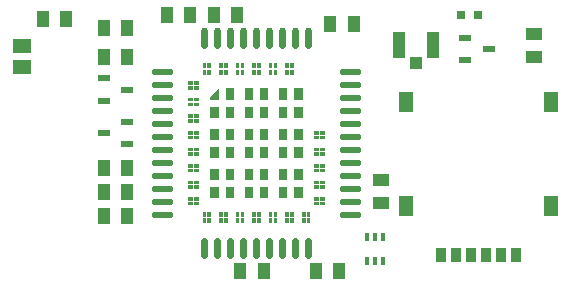
<source format=gbr>
G04*
G04 #@! TF.GenerationSoftware,Altium Limited,Altium Designer,23.0.1 (38)*
G04*
G04 Layer_Color=8421504*
%FSLAX25Y25*%
%MOIN*%
G70*
G04*
G04 #@! TF.SameCoordinates,7EA281D9-4360-43E8-82A8-E858FA6B50C7*
G04*
G04*
G04 #@! TF.FilePolarity,Positive*
G04*
G01*
G75*
%ADD16R,0.05118X0.07087*%
%ADD17R,0.03543X0.04724*%
%ADD18R,0.01181X0.02756*%
%ADD19R,0.05315X0.04134*%
%ADD20R,0.04134X0.05315*%
%ADD21R,0.05906X0.04724*%
%ADD22R,0.03937X0.02362*%
%ADD23R,0.03150X0.03150*%
%ADD24R,0.04331X0.08858*%
%ADD25R,0.04134X0.04331*%
G36*
X400437Y288189D02*
X400492Y288185D01*
X400547Y288173D01*
X400602Y288161D01*
X400658Y288146D01*
X400713Y288126D01*
X400764Y288102D01*
X400815Y288079D01*
X400862Y288051D01*
X400913Y288024D01*
X400961Y287988D01*
X401004Y287957D01*
X401047Y287917D01*
X401087Y287878D01*
X401126Y287839D01*
X401165Y287795D01*
X401197Y287752D01*
X401232Y287705D01*
X401260Y287657D01*
X401287Y287606D01*
X401311Y287555D01*
X401335Y287504D01*
X401354Y287449D01*
X401370Y287394D01*
X401382Y287339D01*
X401394Y287283D01*
X401398Y287228D01*
X401405Y287169D01*
Y287114D01*
Y282193D01*
Y282138D01*
X401398Y282079D01*
X401394Y282024D01*
X401382Y281968D01*
X401370Y281913D01*
X401354Y281858D01*
X401335Y281803D01*
X401311Y281752D01*
X401287Y281701D01*
X401260Y281650D01*
X401232Y281602D01*
X401197Y281555D01*
X401165Y281512D01*
X401126Y281469D01*
X401087Y281429D01*
X401047Y281390D01*
X401004Y281350D01*
X400961Y281319D01*
X400913Y281283D01*
X400862Y281256D01*
X400815Y281228D01*
X400764Y281205D01*
X400713Y281181D01*
X400658Y281161D01*
X400602Y281146D01*
X400547Y281134D01*
X400492Y281122D01*
X400437Y281118D01*
X400378Y281110D01*
X400268D01*
X400209Y281118D01*
X400153Y281122D01*
X400098Y281134D01*
X400043Y281146D01*
X399988Y281161D01*
X399933Y281181D01*
X399882Y281205D01*
X399831Y281228D01*
X399783Y281256D01*
X399732Y281283D01*
X399685Y281319D01*
X399642Y281350D01*
X399598Y281390D01*
X399559Y281429D01*
X399520Y281469D01*
X399480Y281512D01*
X399449Y281555D01*
X399413Y281602D01*
X399386Y281650D01*
X399358Y281701D01*
X399335Y281752D01*
X399311Y281803D01*
X399291Y281858D01*
X399276Y281913D01*
X399264Y281968D01*
X399252Y282024D01*
X399248Y282079D01*
X399240Y282138D01*
Y282193D01*
Y287114D01*
Y287169D01*
X399248Y287228D01*
X399252Y287283D01*
X399264Y287339D01*
X399276Y287394D01*
X399291Y287449D01*
X399311Y287504D01*
X399335Y287555D01*
X399358Y287606D01*
X399386Y287657D01*
X399413Y287705D01*
X399449Y287752D01*
X399480Y287795D01*
X399520Y287839D01*
X399559Y287878D01*
X399598Y287917D01*
X399642Y287957D01*
X399685Y287988D01*
X399732Y288024D01*
X399783Y288051D01*
X399831Y288079D01*
X399882Y288102D01*
X399933Y288126D01*
X399988Y288146D01*
X400043Y288161D01*
X400098Y288173D01*
X400153Y288185D01*
X400209Y288189D01*
X400268Y288197D01*
X400378D01*
X400437Y288189D01*
D02*
G37*
G36*
X396106D02*
X396161Y288185D01*
X396217Y288173D01*
X396272Y288161D01*
X396327Y288146D01*
X396382Y288126D01*
X396433Y288102D01*
X396484Y288079D01*
X396535Y288051D01*
X396583Y288024D01*
X396630Y287988D01*
X396673Y287957D01*
X396716Y287917D01*
X396756Y287878D01*
X396795Y287839D01*
X396835Y287795D01*
X396866Y287752D01*
X396902Y287705D01*
X396929Y287657D01*
X396957Y287606D01*
X396980Y287555D01*
X397004Y287504D01*
X397024Y287449D01*
X397039Y287394D01*
X397051Y287339D01*
X397063Y287283D01*
X397067Y287228D01*
X397075Y287169D01*
Y287114D01*
Y282193D01*
Y282138D01*
X397067Y282079D01*
X397063Y282024D01*
X397051Y281968D01*
X397039Y281913D01*
X397024Y281858D01*
X397004Y281803D01*
X396980Y281752D01*
X396957Y281701D01*
X396929Y281650D01*
X396902Y281602D01*
X396866Y281555D01*
X396835Y281512D01*
X396795Y281469D01*
X396756Y281429D01*
X396716Y281390D01*
X396673Y281350D01*
X396630Y281319D01*
X396583Y281283D01*
X396535Y281256D01*
X396484Y281228D01*
X396433Y281205D01*
X396382Y281181D01*
X396327Y281161D01*
X396272Y281146D01*
X396217Y281134D01*
X396161Y281122D01*
X396106Y281118D01*
X396047Y281110D01*
X395937D01*
X395878Y281118D01*
X395823Y281122D01*
X395768Y281134D01*
X395713Y281146D01*
X395657Y281161D01*
X395602Y281181D01*
X395551Y281205D01*
X395500Y281228D01*
X395449Y281256D01*
X395402Y281283D01*
X395354Y281319D01*
X395311Y281350D01*
X395268Y281390D01*
X395228Y281429D01*
X395189Y281469D01*
X395150Y281512D01*
X395118Y281555D01*
X395083Y281602D01*
X395055Y281650D01*
X395028Y281701D01*
X395004Y281752D01*
X394980Y281803D01*
X394961Y281858D01*
X394945Y281913D01*
X394933Y281968D01*
X394921Y282024D01*
X394917Y282079D01*
X394910Y282138D01*
Y282193D01*
Y287114D01*
Y287169D01*
X394917Y287228D01*
X394921Y287283D01*
X394933Y287339D01*
X394945Y287394D01*
X394961Y287449D01*
X394980Y287504D01*
X395004Y287555D01*
X395028Y287606D01*
X395055Y287657D01*
X395083Y287705D01*
X395118Y287752D01*
X395150Y287795D01*
X395189Y287839D01*
X395228Y287878D01*
X395268Y287917D01*
X395311Y287957D01*
X395354Y287988D01*
X395402Y288024D01*
X395449Y288051D01*
X395500Y288079D01*
X395551Y288102D01*
X395602Y288126D01*
X395657Y288146D01*
X395713Y288161D01*
X395768Y288173D01*
X395823Y288185D01*
X395878Y288189D01*
X395937Y288197D01*
X396047D01*
X396106Y288189D01*
D02*
G37*
G36*
X391776D02*
X391831Y288185D01*
X391886Y288173D01*
X391941Y288161D01*
X391996Y288146D01*
X392051Y288126D01*
X392102Y288102D01*
X392154Y288079D01*
X392205Y288051D01*
X392252Y288024D01*
X392299Y287988D01*
X392342Y287957D01*
X392386Y287917D01*
X392425Y287878D01*
X392465Y287839D01*
X392504Y287795D01*
X392535Y287752D01*
X392571Y287705D01*
X392598Y287657D01*
X392626Y287606D01*
X392650Y287555D01*
X392673Y287504D01*
X392693Y287449D01*
X392709Y287394D01*
X392721Y287339D01*
X392732Y287283D01*
X392736Y287228D01*
X392744Y287169D01*
Y287114D01*
Y282193D01*
Y282138D01*
X392736Y282079D01*
X392732Y282024D01*
X392721Y281968D01*
X392709Y281913D01*
X392693Y281858D01*
X392673Y281803D01*
X392650Y281752D01*
X392626Y281701D01*
X392598Y281650D01*
X392571Y281602D01*
X392535Y281555D01*
X392504Y281512D01*
X392465Y281469D01*
X392425Y281429D01*
X392386Y281390D01*
X392342Y281350D01*
X392299Y281319D01*
X392252Y281283D01*
X392205Y281256D01*
X392154Y281228D01*
X392102Y281205D01*
X392051Y281181D01*
X391996Y281161D01*
X391941Y281146D01*
X391886Y281134D01*
X391831Y281122D01*
X391776Y281118D01*
X391717Y281110D01*
X391606D01*
X391547Y281118D01*
X391492Y281122D01*
X391437Y281134D01*
X391382Y281146D01*
X391327Y281161D01*
X391272Y281181D01*
X391220Y281205D01*
X391169Y281228D01*
X391122Y281256D01*
X391071Y281283D01*
X391024Y281319D01*
X390980Y281350D01*
X390937Y281390D01*
X390898Y281429D01*
X390858Y281469D01*
X390819Y281512D01*
X390787Y281555D01*
X390752Y281602D01*
X390724Y281650D01*
X390697Y281701D01*
X390673Y281752D01*
X390650Y281803D01*
X390630Y281858D01*
X390614Y281913D01*
X390602Y281968D01*
X390591Y282024D01*
X390587Y282079D01*
X390579Y282138D01*
Y282193D01*
Y287114D01*
Y287169D01*
X390587Y287228D01*
X390591Y287283D01*
X390602Y287339D01*
X390614Y287394D01*
X390630Y287449D01*
X390650Y287504D01*
X390673Y287555D01*
X390697Y287606D01*
X390724Y287657D01*
X390752Y287705D01*
X390787Y287752D01*
X390819Y287795D01*
X390858Y287839D01*
X390898Y287878D01*
X390937Y287917D01*
X390980Y287957D01*
X391024Y287988D01*
X391071Y288024D01*
X391122Y288051D01*
X391169Y288079D01*
X391220Y288102D01*
X391272Y288126D01*
X391327Y288146D01*
X391382Y288161D01*
X391437Y288173D01*
X391492Y288185D01*
X391547Y288189D01*
X391606Y288197D01*
X391717D01*
X391776Y288189D01*
D02*
G37*
G36*
X387445D02*
X387500Y288185D01*
X387555Y288173D01*
X387610Y288161D01*
X387665Y288146D01*
X387720Y288126D01*
X387772Y288102D01*
X387823Y288079D01*
X387874Y288051D01*
X387921Y288024D01*
X387968Y287988D01*
X388012Y287957D01*
X388055Y287917D01*
X388094Y287878D01*
X388134Y287839D01*
X388173Y287795D01*
X388205Y287752D01*
X388240Y287705D01*
X388268Y287657D01*
X388295Y287606D01*
X388319Y287555D01*
X388342Y287504D01*
X388362Y287449D01*
X388378Y287394D01*
X388390Y287339D01*
X388402Y287283D01*
X388405Y287228D01*
X388413Y287169D01*
Y287114D01*
Y282193D01*
Y282138D01*
X388405Y282079D01*
X388402Y282024D01*
X388390Y281968D01*
X388378Y281913D01*
X388362Y281858D01*
X388342Y281803D01*
X388319Y281752D01*
X388295Y281701D01*
X388268Y281650D01*
X388240Y281602D01*
X388205Y281555D01*
X388173Y281512D01*
X388134Y281469D01*
X388094Y281429D01*
X388055Y281390D01*
X388012Y281350D01*
X387968Y281319D01*
X387921Y281283D01*
X387874Y281256D01*
X387823Y281228D01*
X387772Y281205D01*
X387720Y281181D01*
X387665Y281161D01*
X387610Y281146D01*
X387555Y281134D01*
X387500Y281122D01*
X387445Y281118D01*
X387386Y281110D01*
X387276D01*
X387216Y281118D01*
X387161Y281122D01*
X387106Y281134D01*
X387051Y281146D01*
X386996Y281161D01*
X386941Y281181D01*
X386890Y281205D01*
X386839Y281228D01*
X386787Y281256D01*
X386740Y281283D01*
X386693Y281319D01*
X386650Y281350D01*
X386606Y281390D01*
X386567Y281429D01*
X386528Y281469D01*
X386488Y281512D01*
X386457Y281555D01*
X386421Y281602D01*
X386394Y281650D01*
X386366Y281701D01*
X386343Y281752D01*
X386319Y281803D01*
X386299Y281858D01*
X386283Y281913D01*
X386272Y281968D01*
X386260Y282024D01*
X386256Y282079D01*
X386248Y282138D01*
Y282193D01*
Y287114D01*
Y287169D01*
X386256Y287228D01*
X386260Y287283D01*
X386272Y287339D01*
X386283Y287394D01*
X386299Y287449D01*
X386319Y287504D01*
X386343Y287555D01*
X386366Y287606D01*
X386394Y287657D01*
X386421Y287705D01*
X386457Y287752D01*
X386488Y287795D01*
X386528Y287839D01*
X386567Y287878D01*
X386606Y287917D01*
X386650Y287957D01*
X386693Y287988D01*
X386740Y288024D01*
X386791Y288051D01*
X386839Y288079D01*
X386890Y288102D01*
X386941Y288126D01*
X386996Y288146D01*
X387051Y288161D01*
X387106Y288173D01*
X387161Y288185D01*
X387216Y288189D01*
X387276Y288197D01*
X387386D01*
X387445Y288189D01*
D02*
G37*
G36*
X383114D02*
X383169Y288185D01*
X383224Y288173D01*
X383279Y288161D01*
X383335Y288146D01*
X383390Y288126D01*
X383441Y288102D01*
X383492Y288079D01*
X383539Y288051D01*
X383591Y288024D01*
X383638Y287988D01*
X383681Y287957D01*
X383724Y287917D01*
X383764Y287878D01*
X383803Y287839D01*
X383842Y287795D01*
X383874Y287752D01*
X383910Y287705D01*
X383937Y287657D01*
X383965Y287606D01*
X383988Y287555D01*
X384012Y287504D01*
X384032Y287449D01*
X384047Y287394D01*
X384059Y287339D01*
X384071Y287283D01*
X384075Y287228D01*
X384083Y287169D01*
Y287114D01*
Y282193D01*
Y282138D01*
X384075Y282079D01*
X384071Y282024D01*
X384059Y281968D01*
X384047Y281913D01*
X384032Y281858D01*
X384012Y281803D01*
X383988Y281752D01*
X383965Y281701D01*
X383937Y281650D01*
X383910Y281602D01*
X383874Y281555D01*
X383842Y281512D01*
X383803Y281469D01*
X383764Y281429D01*
X383724Y281390D01*
X383681Y281350D01*
X383638Y281319D01*
X383591Y281283D01*
X383539Y281256D01*
X383492Y281228D01*
X383441Y281205D01*
X383390Y281181D01*
X383335Y281161D01*
X383279Y281146D01*
X383224Y281134D01*
X383169Y281122D01*
X383114Y281118D01*
X383055Y281110D01*
X382945D01*
X382886Y281118D01*
X382831Y281122D01*
X382776Y281134D01*
X382720Y281146D01*
X382665Y281161D01*
X382610Y281181D01*
X382559Y281205D01*
X382508Y281228D01*
X382457Y281256D01*
X382410Y281283D01*
X382362Y281319D01*
X382319Y281350D01*
X382276Y281390D01*
X382236Y281429D01*
X382197Y281469D01*
X382157Y281512D01*
X382126Y281555D01*
X382090Y281602D01*
X382063Y281650D01*
X382035Y281701D01*
X382012Y281752D01*
X381988Y281803D01*
X381968Y281858D01*
X381953Y281913D01*
X381941Y281968D01*
X381929Y282024D01*
X381925Y282079D01*
X381917Y282138D01*
Y282193D01*
Y287114D01*
Y287169D01*
X381925Y287228D01*
X381929Y287283D01*
X381941Y287339D01*
X381953Y287394D01*
X381968Y287449D01*
X381988Y287504D01*
X382012Y287555D01*
X382035Y287606D01*
X382063Y287657D01*
X382090Y287705D01*
X382126Y287752D01*
X382157Y287795D01*
X382197Y287839D01*
X382236Y287878D01*
X382276Y287917D01*
X382319Y287957D01*
X382362Y287988D01*
X382410Y288024D01*
X382461Y288051D01*
X382508Y288079D01*
X382559Y288102D01*
X382610Y288126D01*
X382665Y288146D01*
X382720Y288161D01*
X382776Y288173D01*
X382831Y288185D01*
X382886Y288189D01*
X382945Y288197D01*
X383055D01*
X383114Y288189D01*
D02*
G37*
G36*
X378783D02*
X378839Y288185D01*
X378894Y288173D01*
X378949Y288161D01*
X379004Y288146D01*
X379059Y288126D01*
X379110Y288102D01*
X379161Y288079D01*
X379213Y288051D01*
X379260Y288024D01*
X379307Y287988D01*
X379350Y287957D01*
X379394Y287917D01*
X379433Y287878D01*
X379472Y287839D01*
X379512Y287795D01*
X379543Y287752D01*
X379579Y287705D01*
X379606Y287657D01*
X379634Y287606D01*
X379658Y287555D01*
X379681Y287504D01*
X379701Y287449D01*
X379716Y287394D01*
X379728Y287339D01*
X379740Y287283D01*
X379744Y287228D01*
X379752Y287169D01*
Y287114D01*
Y282193D01*
Y282138D01*
X379744Y282079D01*
X379740Y282024D01*
X379728Y281968D01*
X379716Y281913D01*
X379701Y281858D01*
X379681Y281803D01*
X379658Y281752D01*
X379634Y281701D01*
X379606Y281650D01*
X379579Y281602D01*
X379543Y281555D01*
X379512Y281512D01*
X379472Y281469D01*
X379433Y281429D01*
X379394Y281390D01*
X379350Y281350D01*
X379307Y281319D01*
X379260Y281283D01*
X379213Y281256D01*
X379161Y281228D01*
X379110Y281205D01*
X379059Y281181D01*
X379004Y281161D01*
X378949Y281146D01*
X378894Y281134D01*
X378839Y281122D01*
X378783Y281118D01*
X378724Y281110D01*
X378614D01*
X378555Y281118D01*
X378500Y281122D01*
X378445Y281134D01*
X378390Y281146D01*
X378335Y281161D01*
X378279Y281181D01*
X378228Y281205D01*
X378177Y281228D01*
X378126Y281256D01*
X378079Y281283D01*
X378031Y281319D01*
X377988Y281350D01*
X377945Y281390D01*
X377906Y281429D01*
X377866Y281469D01*
X377827Y281512D01*
X377795Y281555D01*
X377760Y281602D01*
X377732Y281650D01*
X377705Y281701D01*
X377681Y281752D01*
X377658Y281803D01*
X377638Y281858D01*
X377622Y281913D01*
X377610Y281968D01*
X377598Y282024D01*
X377594Y282079D01*
X377587Y282138D01*
Y282193D01*
Y287114D01*
Y287169D01*
X377594Y287228D01*
X377598Y287283D01*
X377610Y287339D01*
X377622Y287394D01*
X377638Y287449D01*
X377658Y287504D01*
X377681Y287555D01*
X377705Y287606D01*
X377732Y287657D01*
X377760Y287705D01*
X377795Y287752D01*
X377827Y287795D01*
X377866Y287839D01*
X377906Y287878D01*
X377945Y287917D01*
X377988Y287957D01*
X378031Y287988D01*
X378079Y288024D01*
X378130Y288051D01*
X378177Y288079D01*
X378228Y288102D01*
X378279Y288126D01*
X378335Y288146D01*
X378390Y288161D01*
X378445Y288173D01*
X378500Y288185D01*
X378555Y288189D01*
X378614Y288197D01*
X378724D01*
X378783Y288189D01*
D02*
G37*
G36*
X374453D02*
X374508Y288185D01*
X374563Y288173D01*
X374618Y288161D01*
X374673Y288146D01*
X374728Y288126D01*
X374780Y288102D01*
X374831Y288079D01*
X374878Y288051D01*
X374929Y288024D01*
X374976Y287988D01*
X375020Y287957D01*
X375063Y287917D01*
X375102Y287878D01*
X375142Y287839D01*
X375181Y287795D01*
X375213Y287752D01*
X375248Y287705D01*
X375276Y287657D01*
X375303Y287606D01*
X375327Y287555D01*
X375350Y287504D01*
X375370Y287449D01*
X375386Y287394D01*
X375398Y287339D01*
X375410Y287283D01*
X375413Y287228D01*
X375421Y287169D01*
Y287114D01*
Y282193D01*
Y282138D01*
X375413Y282079D01*
X375410Y282024D01*
X375398Y281968D01*
X375386Y281913D01*
X375370Y281858D01*
X375350Y281803D01*
X375327Y281752D01*
X375303Y281701D01*
X375276Y281650D01*
X375248Y281602D01*
X375213Y281555D01*
X375181Y281512D01*
X375142Y281469D01*
X375102Y281429D01*
X375063Y281390D01*
X375020Y281350D01*
X374976Y281319D01*
X374929Y281283D01*
X374878Y281256D01*
X374831Y281228D01*
X374780Y281205D01*
X374728Y281181D01*
X374673Y281161D01*
X374618Y281146D01*
X374563Y281134D01*
X374508Y281122D01*
X374453Y281118D01*
X374394Y281110D01*
X374284D01*
X374224Y281118D01*
X374169Y281122D01*
X374114Y281134D01*
X374059Y281146D01*
X374004Y281161D01*
X373949Y281181D01*
X373898Y281205D01*
X373847Y281228D01*
X373795Y281256D01*
X373748Y281283D01*
X373701Y281319D01*
X373657Y281350D01*
X373614Y281390D01*
X373575Y281429D01*
X373535Y281469D01*
X373496Y281512D01*
X373465Y281555D01*
X373429Y281602D01*
X373402Y281650D01*
X373374Y281701D01*
X373350Y281752D01*
X373327Y281803D01*
X373307Y281858D01*
X373291Y281913D01*
X373280Y281968D01*
X373268Y282024D01*
X373264Y282079D01*
X373256Y282138D01*
Y282193D01*
Y287114D01*
Y287169D01*
X373264Y287228D01*
X373268Y287283D01*
X373280Y287339D01*
X373291Y287394D01*
X373307Y287449D01*
X373327Y287504D01*
X373350Y287555D01*
X373374Y287606D01*
X373402Y287657D01*
X373429Y287705D01*
X373465Y287752D01*
X373496Y287795D01*
X373535Y287839D01*
X373575Y287878D01*
X373614Y287917D01*
X373657Y287957D01*
X373701Y287988D01*
X373748Y288024D01*
X373795Y288051D01*
X373847Y288079D01*
X373898Y288102D01*
X373949Y288126D01*
X374004Y288146D01*
X374059Y288161D01*
X374114Y288173D01*
X374169Y288185D01*
X374224Y288189D01*
X374284Y288197D01*
X374394D01*
X374453Y288189D01*
D02*
G37*
G36*
X370122D02*
X370177Y288185D01*
X370232Y288173D01*
X370287Y288161D01*
X370342Y288146D01*
X370398Y288126D01*
X370449Y288102D01*
X370500Y288079D01*
X370551Y288051D01*
X370598Y288024D01*
X370646Y287988D01*
X370689Y287957D01*
X370732Y287917D01*
X370772Y287878D01*
X370811Y287839D01*
X370850Y287795D01*
X370882Y287752D01*
X370917Y287705D01*
X370945Y287657D01*
X370972Y287606D01*
X370996Y287555D01*
X371020Y287504D01*
X371039Y287449D01*
X371055Y287394D01*
X371067Y287339D01*
X371079Y287283D01*
X371083Y287228D01*
X371091Y287169D01*
Y287114D01*
Y282193D01*
Y282138D01*
X371083Y282079D01*
X371079Y282024D01*
X371067Y281968D01*
X371055Y281913D01*
X371039Y281858D01*
X371020Y281803D01*
X370996Y281752D01*
X370972Y281701D01*
X370945Y281650D01*
X370917Y281602D01*
X370882Y281555D01*
X370850Y281512D01*
X370811Y281469D01*
X370772Y281429D01*
X370732Y281390D01*
X370689Y281350D01*
X370646Y281319D01*
X370598Y281283D01*
X370551Y281256D01*
X370500Y281228D01*
X370449Y281205D01*
X370398Y281181D01*
X370342Y281161D01*
X370287Y281146D01*
X370232Y281134D01*
X370177Y281122D01*
X370122Y281118D01*
X370063Y281110D01*
X369953D01*
X369894Y281118D01*
X369839Y281122D01*
X369783Y281134D01*
X369728Y281146D01*
X369673Y281161D01*
X369618Y281181D01*
X369567Y281205D01*
X369516Y281228D01*
X369465Y281256D01*
X369417Y281283D01*
X369370Y281319D01*
X369327Y281350D01*
X369284Y281390D01*
X369244Y281429D01*
X369205Y281469D01*
X369165Y281512D01*
X369134Y281555D01*
X369098Y281602D01*
X369071Y281650D01*
X369043Y281701D01*
X369020Y281752D01*
X368996Y281803D01*
X368976Y281858D01*
X368961Y281913D01*
X368949Y281968D01*
X368937Y282024D01*
X368933Y282079D01*
X368925Y282138D01*
Y282193D01*
Y287114D01*
Y287169D01*
X368933Y287228D01*
X368937Y287283D01*
X368949Y287339D01*
X368961Y287394D01*
X368976Y287449D01*
X368996Y287504D01*
X369020Y287555D01*
X369043Y287606D01*
X369071Y287657D01*
X369098Y287705D01*
X369134Y287752D01*
X369165Y287795D01*
X369205Y287839D01*
X369244Y287878D01*
X369284Y287917D01*
X369327Y287957D01*
X369370Y287988D01*
X369417Y288024D01*
X369465Y288051D01*
X369516Y288079D01*
X369567Y288102D01*
X369618Y288126D01*
X369673Y288146D01*
X369728Y288161D01*
X369783Y288173D01*
X369839Y288185D01*
X369894Y288189D01*
X369953Y288197D01*
X370063D01*
X370122Y288189D01*
D02*
G37*
G36*
X365791D02*
X365846Y288185D01*
X365902Y288173D01*
X365957Y288161D01*
X366012Y288146D01*
X366067Y288126D01*
X366118Y288102D01*
X366169Y288079D01*
X366216Y288051D01*
X366268Y288024D01*
X366315Y287988D01*
X366358Y287957D01*
X366402Y287917D01*
X366441Y287878D01*
X366480Y287839D01*
X366520Y287795D01*
X366551Y287752D01*
X366587Y287705D01*
X366614Y287657D01*
X366642Y287606D01*
X366665Y287555D01*
X366689Y287504D01*
X366709Y287449D01*
X366724Y287394D01*
X366736Y287339D01*
X366748Y287283D01*
X366752Y287228D01*
X366760Y287169D01*
Y287114D01*
Y282193D01*
Y282138D01*
X366752Y282079D01*
X366748Y282024D01*
X366736Y281968D01*
X366724Y281913D01*
X366709Y281858D01*
X366689Y281803D01*
X366665Y281752D01*
X366642Y281701D01*
X366614Y281650D01*
X366587Y281602D01*
X366551Y281555D01*
X366520Y281512D01*
X366480Y281469D01*
X366441Y281429D01*
X366402Y281390D01*
X366358Y281350D01*
X366315Y281319D01*
X366268Y281283D01*
X366216Y281256D01*
X366169Y281228D01*
X366118Y281205D01*
X366067Y281181D01*
X366012Y281161D01*
X365957Y281146D01*
X365902Y281134D01*
X365846Y281122D01*
X365791Y281118D01*
X365732Y281110D01*
X365622D01*
X365563Y281118D01*
X365508Y281122D01*
X365453Y281134D01*
X365398Y281146D01*
X365342Y281161D01*
X365287Y281181D01*
X365236Y281205D01*
X365185Y281228D01*
X365138Y281256D01*
X365087Y281283D01*
X365039Y281319D01*
X364996Y281350D01*
X364953Y281390D01*
X364913Y281429D01*
X364874Y281469D01*
X364835Y281512D01*
X364803Y281555D01*
X364768Y281602D01*
X364740Y281650D01*
X364713Y281701D01*
X364689Y281752D01*
X364665Y281803D01*
X364646Y281858D01*
X364630Y281913D01*
X364618Y281968D01*
X364606Y282024D01*
X364602Y282079D01*
X364595Y282138D01*
Y282193D01*
Y287114D01*
Y287169D01*
X364602Y287228D01*
X364606Y287283D01*
X364618Y287339D01*
X364630Y287394D01*
X364646Y287449D01*
X364665Y287504D01*
X364689Y287555D01*
X364713Y287606D01*
X364740Y287657D01*
X364768Y287705D01*
X364803Y287752D01*
X364835Y287795D01*
X364874Y287839D01*
X364913Y287878D01*
X364953Y287917D01*
X364996Y287957D01*
X365039Y287988D01*
X365087Y288024D01*
X365138Y288051D01*
X365185Y288079D01*
X365236Y288102D01*
X365287Y288126D01*
X365342Y288146D01*
X365398Y288161D01*
X365453Y288173D01*
X365508Y288185D01*
X365563Y288189D01*
X365622Y288197D01*
X365732D01*
X365791Y288189D01*
D02*
G37*
G36*
X395402Y274614D02*
X394220D01*
Y276307D01*
X395402D01*
Y274614D01*
D02*
G37*
G36*
X393827D02*
X392646D01*
Y276307D01*
X393827D01*
Y274614D01*
D02*
G37*
G36*
X389890D02*
X388709D01*
Y276307D01*
X389890D01*
Y274614D01*
D02*
G37*
G36*
X388315D02*
X387134D01*
Y276307D01*
X388315D01*
Y274614D01*
D02*
G37*
G36*
X384378D02*
X383197D01*
Y276307D01*
X384378D01*
Y274614D01*
D02*
G37*
G36*
X382803D02*
X381622D01*
Y276307D01*
X382803D01*
Y274614D01*
D02*
G37*
G36*
X378866D02*
X377685D01*
Y276307D01*
X378866D01*
Y274614D01*
D02*
G37*
G36*
X377291D02*
X376110D01*
Y276307D01*
X377291D01*
Y274614D01*
D02*
G37*
G36*
X373354D02*
X372173D01*
Y276307D01*
X373354D01*
Y274614D01*
D02*
G37*
G36*
X371779D02*
X370598D01*
Y276307D01*
X371779D01*
Y274614D01*
D02*
G37*
G36*
X367843D02*
X366661D01*
Y276307D01*
X367843D01*
Y274614D01*
D02*
G37*
G36*
X366268D02*
X365087D01*
Y276307D01*
X366268D01*
Y274614D01*
D02*
G37*
G36*
X395402Y272528D02*
X394220D01*
Y274220D01*
X395402D01*
Y272528D01*
D02*
G37*
G36*
X393827D02*
X392646D01*
Y274220D01*
X393827D01*
Y272528D01*
D02*
G37*
G36*
X389890D02*
X388709D01*
Y274220D01*
X389890D01*
Y272528D01*
D02*
G37*
G36*
X388315D02*
X387134D01*
Y274220D01*
X388315D01*
Y272528D01*
D02*
G37*
G36*
X384378D02*
X383197D01*
Y274220D01*
X384378D01*
Y272528D01*
D02*
G37*
G36*
X382803D02*
X381622D01*
Y274220D01*
X382803D01*
Y272528D01*
D02*
G37*
G36*
X378866D02*
X377685D01*
Y274220D01*
X378866D01*
Y272528D01*
D02*
G37*
G36*
X377291D02*
X376110D01*
Y274220D01*
X377291D01*
Y272528D01*
D02*
G37*
G36*
X373354D02*
X372173D01*
Y274220D01*
X373354D01*
Y272528D01*
D02*
G37*
G36*
X371779D02*
X370598D01*
Y274220D01*
X371779D01*
Y272528D01*
D02*
G37*
G36*
X367843D02*
X366661D01*
Y274220D01*
X367843D01*
Y272528D01*
D02*
G37*
G36*
X366268D02*
X365087D01*
Y274220D01*
X366268D01*
Y272528D01*
D02*
G37*
G36*
X416874Y274508D02*
X416929Y274504D01*
X416984Y274492D01*
X417039Y274480D01*
X417095Y274465D01*
X417150Y274445D01*
X417201Y274421D01*
X417252Y274398D01*
X417299Y274370D01*
X417350Y274342D01*
X417398Y274307D01*
X417441Y274276D01*
X417484Y274236D01*
X417524Y274197D01*
X417563Y274158D01*
X417602Y274114D01*
X417634Y274071D01*
X417669Y274024D01*
X417697Y273976D01*
X417724Y273925D01*
X417748Y273874D01*
X417772Y273823D01*
X417791Y273768D01*
X417807Y273713D01*
X417819Y273657D01*
X417831Y273602D01*
X417835Y273547D01*
X417842Y273488D01*
Y273433D01*
Y273378D01*
X417835Y273319D01*
X417831Y273264D01*
X417819Y273209D01*
X417807Y273153D01*
X417791Y273098D01*
X417772Y273043D01*
X417748Y272992D01*
X417724Y272941D01*
X417697Y272890D01*
X417669Y272843D01*
X417634Y272795D01*
X417602Y272752D01*
X417563Y272709D01*
X417524Y272669D01*
X417484Y272630D01*
X417441Y272590D01*
X417398Y272559D01*
X417350Y272524D01*
X417299Y272496D01*
X417252Y272468D01*
X417201Y272445D01*
X417150Y272421D01*
X417095Y272402D01*
X417039Y272386D01*
X416984Y272374D01*
X416929Y272362D01*
X416874Y272358D01*
X416815Y272350D01*
X411784D01*
X411724Y272358D01*
X411669Y272362D01*
X411614Y272374D01*
X411559Y272386D01*
X411504Y272402D01*
X411449Y272421D01*
X411398Y272445D01*
X411346Y272468D01*
X411299Y272496D01*
X411248Y272524D01*
X411201Y272559D01*
X411158Y272590D01*
X411114Y272630D01*
X411075Y272669D01*
X411035Y272709D01*
X410996Y272752D01*
X410965Y272795D01*
X410929Y272843D01*
X410902Y272890D01*
X410874Y272941D01*
X410850Y272992D01*
X410827Y273043D01*
X410807Y273098D01*
X410791Y273153D01*
X410779Y273209D01*
X410768Y273264D01*
X410764Y273319D01*
X410756Y273378D01*
Y273433D01*
Y273488D01*
X410764Y273547D01*
X410768Y273602D01*
X410779Y273657D01*
X410791Y273713D01*
X410807Y273768D01*
X410827Y273823D01*
X410850Y273874D01*
X410874Y273925D01*
X410902Y273976D01*
X410929Y274024D01*
X410965Y274071D01*
X410996Y274114D01*
X411035Y274158D01*
X411075Y274197D01*
X411114Y274236D01*
X411158Y274276D01*
X411201Y274307D01*
X411248Y274342D01*
X411299Y274370D01*
X411346Y274398D01*
X411398Y274421D01*
X411449Y274445D01*
X411504Y274465D01*
X411559Y274480D01*
X411614Y274492D01*
X411669Y274504D01*
X411724Y274508D01*
X411784Y274516D01*
X416815D01*
X416874Y274508D01*
D02*
G37*
G36*
X354276D02*
X354331Y274504D01*
X354386Y274492D01*
X354441Y274480D01*
X354496Y274465D01*
X354551Y274445D01*
X354602Y274421D01*
X354654Y274398D01*
X354701Y274370D01*
X354752Y274342D01*
X354799Y274307D01*
X354842Y274276D01*
X354886Y274236D01*
X354925Y274197D01*
X354965Y274158D01*
X355004Y274114D01*
X355035Y274071D01*
X355071Y274024D01*
X355098Y273976D01*
X355126Y273925D01*
X355150Y273874D01*
X355173Y273823D01*
X355193Y273768D01*
X355209Y273713D01*
X355221Y273657D01*
X355232Y273602D01*
X355236Y273547D01*
X355244Y273488D01*
Y273433D01*
Y273378D01*
X355236Y273319D01*
X355232Y273264D01*
X355221Y273209D01*
X355209Y273153D01*
X355193Y273098D01*
X355173Y273043D01*
X355150Y272992D01*
X355126Y272941D01*
X355098Y272890D01*
X355071Y272843D01*
X355035Y272795D01*
X355004Y272752D01*
X354965Y272709D01*
X354925Y272669D01*
X354886Y272630D01*
X354842Y272590D01*
X354799Y272559D01*
X354752Y272524D01*
X354701Y272496D01*
X354654Y272468D01*
X354602Y272445D01*
X354551Y272421D01*
X354496Y272402D01*
X354441Y272386D01*
X354386Y272374D01*
X354331Y272362D01*
X354276Y272358D01*
X354217Y272350D01*
X349185D01*
X349126Y272358D01*
X349071Y272362D01*
X349016Y272374D01*
X348961Y272386D01*
X348905Y272402D01*
X348850Y272421D01*
X348799Y272445D01*
X348748Y272468D01*
X348701Y272496D01*
X348650Y272524D01*
X348602Y272559D01*
X348559Y272590D01*
X348516Y272630D01*
X348476Y272669D01*
X348437Y272709D01*
X348398Y272752D01*
X348366Y272795D01*
X348331Y272843D01*
X348303Y272890D01*
X348276Y272941D01*
X348252Y272992D01*
X348228Y273043D01*
X348209Y273098D01*
X348193Y273153D01*
X348181Y273209D01*
X348169Y273264D01*
X348165Y273319D01*
X348158Y273378D01*
Y273433D01*
Y273488D01*
X348165Y273547D01*
X348169Y273602D01*
X348181Y273657D01*
X348193Y273713D01*
X348209Y273768D01*
X348228Y273823D01*
X348252Y273874D01*
X348276Y273925D01*
X348303Y273976D01*
X348331Y274024D01*
X348366Y274071D01*
X348398Y274114D01*
X348437Y274158D01*
X348476Y274197D01*
X348516Y274236D01*
X348559Y274276D01*
X348602Y274307D01*
X348650Y274342D01*
X348701Y274370D01*
X348748Y274398D01*
X348799Y274421D01*
X348850Y274445D01*
X348905Y274465D01*
X348961Y274480D01*
X349016Y274492D01*
X349071Y274504D01*
X349126Y274508D01*
X349185Y274516D01*
X354217D01*
X354276Y274508D01*
D02*
G37*
G36*
X363827Y269102D02*
X362134D01*
Y270284D01*
X363827D01*
Y269102D01*
D02*
G37*
G36*
X361740D02*
X360047D01*
Y270284D01*
X361740D01*
Y269102D01*
D02*
G37*
G36*
X416874Y270177D02*
X416929Y270173D01*
X416984Y270161D01*
X417039Y270150D01*
X417095Y270134D01*
X417150Y270114D01*
X417201Y270091D01*
X417252Y270067D01*
X417299Y270039D01*
X417350Y270012D01*
X417398Y269976D01*
X417441Y269945D01*
X417484Y269905D01*
X417524Y269866D01*
X417563Y269827D01*
X417602Y269783D01*
X417634Y269740D01*
X417669Y269693D01*
X417697Y269646D01*
X417724Y269595D01*
X417748Y269543D01*
X417772Y269492D01*
X417791Y269437D01*
X417807Y269382D01*
X417819Y269327D01*
X417831Y269272D01*
X417835Y269216D01*
X417842Y269158D01*
Y269102D01*
Y269047D01*
X417835Y268988D01*
X417831Y268933D01*
X417819Y268878D01*
X417807Y268823D01*
X417791Y268768D01*
X417772Y268713D01*
X417748Y268661D01*
X417724Y268610D01*
X417697Y268563D01*
X417669Y268512D01*
X417634Y268465D01*
X417602Y268421D01*
X417563Y268378D01*
X417524Y268339D01*
X417484Y268299D01*
X417441Y268260D01*
X417398Y268228D01*
X417350Y268193D01*
X417299Y268165D01*
X417252Y268138D01*
X417201Y268114D01*
X417150Y268091D01*
X417095Y268071D01*
X417039Y268055D01*
X416984Y268043D01*
X416929Y268032D01*
X416874Y268028D01*
X416815Y268020D01*
X411784D01*
X411724Y268028D01*
X411669Y268032D01*
X411614Y268043D01*
X411559Y268055D01*
X411504Y268071D01*
X411449Y268091D01*
X411398Y268114D01*
X411346Y268138D01*
X411299Y268165D01*
X411248Y268193D01*
X411201Y268228D01*
X411158Y268260D01*
X411114Y268299D01*
X411075Y268339D01*
X411035Y268378D01*
X410996Y268421D01*
X410965Y268465D01*
X410929Y268512D01*
X410902Y268563D01*
X410874Y268610D01*
X410850Y268661D01*
X410827Y268713D01*
X410807Y268768D01*
X410791Y268823D01*
X410779Y268878D01*
X410768Y268933D01*
X410764Y268988D01*
X410756Y269047D01*
Y269102D01*
Y269158D01*
X410764Y269216D01*
X410768Y269272D01*
X410779Y269327D01*
X410791Y269382D01*
X410807Y269437D01*
X410827Y269492D01*
X410850Y269543D01*
X410874Y269595D01*
X410902Y269646D01*
X410929Y269693D01*
X410965Y269740D01*
X410996Y269783D01*
X411035Y269827D01*
X411075Y269866D01*
X411114Y269905D01*
X411158Y269945D01*
X411201Y269976D01*
X411248Y270012D01*
X411299Y270039D01*
X411346Y270067D01*
X411398Y270091D01*
X411449Y270114D01*
X411504Y270134D01*
X411559Y270150D01*
X411614Y270161D01*
X411669Y270173D01*
X411724Y270177D01*
X411784Y270185D01*
X416815D01*
X416874Y270177D01*
D02*
G37*
G36*
X354276D02*
X354331Y270173D01*
X354386Y270161D01*
X354441Y270150D01*
X354496Y270134D01*
X354551Y270114D01*
X354602Y270091D01*
X354654Y270067D01*
X354701Y270039D01*
X354752Y270012D01*
X354799Y269976D01*
X354842Y269945D01*
X354886Y269905D01*
X354925Y269866D01*
X354965Y269827D01*
X355004Y269783D01*
X355035Y269740D01*
X355071Y269693D01*
X355098Y269646D01*
X355126Y269595D01*
X355150Y269543D01*
X355173Y269492D01*
X355193Y269437D01*
X355209Y269382D01*
X355221Y269327D01*
X355232Y269272D01*
X355236Y269216D01*
X355244Y269158D01*
Y269102D01*
Y269047D01*
X355236Y268988D01*
X355232Y268933D01*
X355221Y268878D01*
X355209Y268823D01*
X355193Y268768D01*
X355173Y268713D01*
X355150Y268661D01*
X355126Y268610D01*
X355098Y268563D01*
X355071Y268512D01*
X355035Y268465D01*
X355004Y268421D01*
X354965Y268378D01*
X354925Y268339D01*
X354886Y268299D01*
X354842Y268260D01*
X354799Y268228D01*
X354752Y268193D01*
X354701Y268165D01*
X354654Y268138D01*
X354602Y268114D01*
X354551Y268091D01*
X354496Y268071D01*
X354441Y268055D01*
X354386Y268043D01*
X354331Y268032D01*
X354276Y268028D01*
X354217Y268020D01*
X349185D01*
X349126Y268028D01*
X349071Y268032D01*
X349016Y268043D01*
X348961Y268055D01*
X348905Y268071D01*
X348850Y268091D01*
X348799Y268114D01*
X348748Y268138D01*
X348701Y268165D01*
X348650Y268193D01*
X348602Y268228D01*
X348559Y268260D01*
X348516Y268299D01*
X348476Y268339D01*
X348437Y268378D01*
X348398Y268421D01*
X348366Y268465D01*
X348331Y268512D01*
X348303Y268563D01*
X348276Y268610D01*
X348252Y268661D01*
X348228Y268713D01*
X348209Y268768D01*
X348193Y268823D01*
X348181Y268878D01*
X348169Y268933D01*
X348165Y268988D01*
X348158Y269047D01*
Y269102D01*
Y269158D01*
X348165Y269216D01*
X348169Y269272D01*
X348181Y269327D01*
X348193Y269382D01*
X348209Y269437D01*
X348228Y269492D01*
X348252Y269543D01*
X348276Y269595D01*
X348303Y269646D01*
X348331Y269693D01*
X348366Y269740D01*
X348398Y269783D01*
X348437Y269827D01*
X348476Y269866D01*
X348516Y269905D01*
X348559Y269945D01*
X348602Y269976D01*
X348650Y270012D01*
X348701Y270039D01*
X348748Y270067D01*
X348799Y270091D01*
X348850Y270114D01*
X348905Y270134D01*
X348961Y270150D01*
X349016Y270161D01*
X349071Y270173D01*
X349126Y270177D01*
X349185Y270185D01*
X354217D01*
X354276Y270177D01*
D02*
G37*
G36*
X363827Y267528D02*
X362134D01*
Y268709D01*
X363827D01*
Y267528D01*
D02*
G37*
G36*
X361740D02*
X360047D01*
Y268709D01*
X361740D01*
Y267528D01*
D02*
G37*
G36*
X398354Y264181D02*
X395598D01*
Y267921D01*
X398354D01*
Y264181D01*
D02*
G37*
G36*
X393236D02*
X390480D01*
Y267921D01*
X393236D01*
Y264181D01*
D02*
G37*
G36*
X386937D02*
X384181D01*
Y267921D01*
X386937D01*
Y264181D01*
D02*
G37*
G36*
X381819D02*
X379063D01*
Y267921D01*
X381819D01*
Y264181D01*
D02*
G37*
G36*
X375520D02*
X372764D01*
Y267921D01*
X375520D01*
Y264181D01*
D02*
G37*
G36*
X370402D02*
X367646D01*
Y265087D01*
X370402Y267843D01*
Y264181D01*
D02*
G37*
G36*
X416874Y265846D02*
X416929Y265843D01*
X416984Y265831D01*
X417039Y265819D01*
X417095Y265803D01*
X417150Y265784D01*
X417201Y265760D01*
X417252Y265736D01*
X417299Y265709D01*
X417350Y265681D01*
X417398Y265646D01*
X417441Y265614D01*
X417484Y265575D01*
X417524Y265535D01*
X417563Y265496D01*
X417602Y265453D01*
X417634Y265409D01*
X417669Y265362D01*
X417697Y265311D01*
X417724Y265264D01*
X417748Y265213D01*
X417772Y265161D01*
X417791Y265106D01*
X417807Y265051D01*
X417819Y264996D01*
X417831Y264941D01*
X417835Y264886D01*
X417842Y264827D01*
Y264772D01*
Y264717D01*
X417835Y264657D01*
X417831Y264602D01*
X417819Y264547D01*
X417807Y264492D01*
X417791Y264437D01*
X417772Y264382D01*
X417748Y264331D01*
X417724Y264280D01*
X417697Y264232D01*
X417669Y264181D01*
X417634Y264134D01*
X417602Y264090D01*
X417563Y264047D01*
X417524Y264008D01*
X417484Y263968D01*
X417441Y263929D01*
X417398Y263898D01*
X417350Y263862D01*
X417299Y263835D01*
X417252Y263807D01*
X417201Y263784D01*
X417150Y263760D01*
X417095Y263740D01*
X417039Y263724D01*
X416984Y263713D01*
X416929Y263701D01*
X416874Y263697D01*
X416815Y263689D01*
X411784D01*
X411724Y263697D01*
X411669Y263701D01*
X411614Y263713D01*
X411559Y263724D01*
X411504Y263740D01*
X411449Y263760D01*
X411398Y263784D01*
X411346Y263807D01*
X411299Y263835D01*
X411248Y263862D01*
X411201Y263898D01*
X411158Y263929D01*
X411114Y263968D01*
X411075Y264008D01*
X411035Y264047D01*
X410996Y264090D01*
X410965Y264134D01*
X410929Y264181D01*
X410902Y264232D01*
X410874Y264280D01*
X410850Y264331D01*
X410827Y264382D01*
X410807Y264437D01*
X410791Y264492D01*
X410779Y264547D01*
X410768Y264602D01*
X410764Y264657D01*
X410756Y264717D01*
Y264772D01*
Y264827D01*
X410764Y264886D01*
X410768Y264941D01*
X410779Y264996D01*
X410791Y265051D01*
X410807Y265106D01*
X410827Y265161D01*
X410850Y265213D01*
X410874Y265264D01*
X410902Y265311D01*
X410929Y265362D01*
X410965Y265409D01*
X410996Y265453D01*
X411035Y265496D01*
X411075Y265535D01*
X411114Y265575D01*
X411158Y265614D01*
X411201Y265646D01*
X411248Y265681D01*
X411299Y265709D01*
X411346Y265736D01*
X411398Y265760D01*
X411449Y265784D01*
X411504Y265803D01*
X411559Y265819D01*
X411614Y265831D01*
X411669Y265843D01*
X411724Y265846D01*
X411784Y265854D01*
X416815D01*
X416874Y265846D01*
D02*
G37*
G36*
X354276D02*
X354331Y265843D01*
X354386Y265831D01*
X354441Y265819D01*
X354496Y265803D01*
X354551Y265784D01*
X354602Y265760D01*
X354654Y265736D01*
X354701Y265709D01*
X354752Y265681D01*
X354799Y265646D01*
X354842Y265614D01*
X354886Y265575D01*
X354925Y265535D01*
X354965Y265496D01*
X355004Y265453D01*
X355035Y265409D01*
X355071Y265362D01*
X355098Y265311D01*
X355126Y265264D01*
X355150Y265213D01*
X355173Y265161D01*
X355193Y265106D01*
X355209Y265051D01*
X355221Y264996D01*
X355232Y264941D01*
X355236Y264886D01*
X355244Y264827D01*
Y264772D01*
Y264717D01*
X355236Y264657D01*
X355232Y264602D01*
X355221Y264547D01*
X355209Y264492D01*
X355193Y264437D01*
X355173Y264382D01*
X355150Y264331D01*
X355126Y264280D01*
X355098Y264232D01*
X355071Y264181D01*
X355035Y264134D01*
X355004Y264090D01*
X354965Y264047D01*
X354925Y264008D01*
X354886Y263968D01*
X354842Y263929D01*
X354799Y263898D01*
X354752Y263862D01*
X354701Y263835D01*
X354654Y263807D01*
X354602Y263784D01*
X354551Y263760D01*
X354496Y263740D01*
X354441Y263724D01*
X354386Y263713D01*
X354331Y263701D01*
X354276Y263697D01*
X354217Y263689D01*
X349185D01*
X349126Y263697D01*
X349071Y263701D01*
X349016Y263713D01*
X348961Y263724D01*
X348905Y263740D01*
X348850Y263760D01*
X348799Y263784D01*
X348748Y263807D01*
X348701Y263835D01*
X348650Y263862D01*
X348602Y263898D01*
X348559Y263929D01*
X348516Y263968D01*
X348476Y264008D01*
X348437Y264047D01*
X348398Y264090D01*
X348366Y264134D01*
X348331Y264181D01*
X348303Y264232D01*
X348276Y264280D01*
X348252Y264331D01*
X348228Y264382D01*
X348209Y264437D01*
X348193Y264492D01*
X348181Y264547D01*
X348169Y264602D01*
X348165Y264657D01*
X348158Y264717D01*
Y264772D01*
Y264827D01*
X348165Y264886D01*
X348169Y264941D01*
X348181Y264996D01*
X348193Y265051D01*
X348209Y265106D01*
X348228Y265161D01*
X348252Y265213D01*
X348276Y265264D01*
X348303Y265311D01*
X348331Y265362D01*
X348366Y265409D01*
X348398Y265453D01*
X348437Y265496D01*
X348476Y265535D01*
X348516Y265575D01*
X348559Y265614D01*
X348602Y265646D01*
X348650Y265681D01*
X348701Y265709D01*
X348748Y265736D01*
X348799Y265760D01*
X348850Y265784D01*
X348905Y265803D01*
X348961Y265819D01*
X349016Y265831D01*
X349071Y265843D01*
X349126Y265846D01*
X349185Y265854D01*
X354217D01*
X354276Y265846D01*
D02*
G37*
G36*
X363827Y263591D02*
X362134D01*
Y264772D01*
X363827D01*
Y263591D01*
D02*
G37*
G36*
X361740D02*
X360047D01*
Y264772D01*
X361740D01*
Y263591D01*
D02*
G37*
G36*
X363827Y262016D02*
X362134D01*
Y263197D01*
X363827D01*
Y262016D01*
D02*
G37*
G36*
X361740D02*
X360047D01*
Y263197D01*
X361740D01*
Y262016D01*
D02*
G37*
G36*
X416874Y261516D02*
X416929Y261512D01*
X416984Y261500D01*
X417039Y261488D01*
X417095Y261472D01*
X417150Y261453D01*
X417201Y261429D01*
X417252Y261405D01*
X417299Y261378D01*
X417350Y261350D01*
X417398Y261315D01*
X417441Y261283D01*
X417484Y261244D01*
X417524Y261205D01*
X417563Y261165D01*
X417602Y261122D01*
X417634Y261079D01*
X417669Y261032D01*
X417697Y260984D01*
X417724Y260933D01*
X417748Y260882D01*
X417772Y260831D01*
X417791Y260776D01*
X417807Y260720D01*
X417819Y260665D01*
X417831Y260610D01*
X417835Y260555D01*
X417842Y260496D01*
Y260441D01*
Y260386D01*
X417835Y260327D01*
X417831Y260272D01*
X417819Y260216D01*
X417807Y260161D01*
X417791Y260106D01*
X417772Y260051D01*
X417748Y260000D01*
X417724Y259949D01*
X417697Y259898D01*
X417669Y259850D01*
X417634Y259803D01*
X417602Y259760D01*
X417563Y259717D01*
X417524Y259677D01*
X417484Y259638D01*
X417441Y259598D01*
X417398Y259567D01*
X417350Y259531D01*
X417299Y259504D01*
X417252Y259476D01*
X417201Y259453D01*
X417150Y259429D01*
X417095Y259409D01*
X417039Y259394D01*
X416984Y259382D01*
X416929Y259370D01*
X416874Y259366D01*
X416815Y259358D01*
X411784D01*
X411724Y259366D01*
X411669Y259370D01*
X411614Y259382D01*
X411559Y259394D01*
X411504Y259409D01*
X411449Y259429D01*
X411398Y259453D01*
X411346Y259476D01*
X411299Y259504D01*
X411248Y259531D01*
X411201Y259567D01*
X411158Y259598D01*
X411114Y259638D01*
X411075Y259677D01*
X411035Y259717D01*
X410996Y259760D01*
X410965Y259803D01*
X410929Y259850D01*
X410902Y259898D01*
X410874Y259949D01*
X410850Y260000D01*
X410827Y260051D01*
X410807Y260106D01*
X410791Y260161D01*
X410779Y260216D01*
X410768Y260272D01*
X410764Y260327D01*
X410756Y260386D01*
Y260441D01*
Y260496D01*
X410764Y260555D01*
X410768Y260610D01*
X410779Y260665D01*
X410791Y260720D01*
X410807Y260776D01*
X410827Y260831D01*
X410850Y260882D01*
X410874Y260933D01*
X410902Y260984D01*
X410929Y261032D01*
X410965Y261079D01*
X410996Y261122D01*
X411035Y261165D01*
X411075Y261205D01*
X411114Y261244D01*
X411158Y261283D01*
X411201Y261315D01*
X411248Y261350D01*
X411299Y261378D01*
X411346Y261405D01*
X411398Y261429D01*
X411449Y261453D01*
X411504Y261472D01*
X411559Y261488D01*
X411614Y261500D01*
X411669Y261512D01*
X411724Y261516D01*
X411784Y261524D01*
X416815D01*
X416874Y261516D01*
D02*
G37*
G36*
X354276D02*
X354331Y261512D01*
X354386Y261500D01*
X354441Y261488D01*
X354496Y261472D01*
X354551Y261453D01*
X354602Y261429D01*
X354654Y261405D01*
X354701Y261378D01*
X354752Y261350D01*
X354799Y261315D01*
X354842Y261283D01*
X354886Y261244D01*
X354925Y261205D01*
X354965Y261165D01*
X355004Y261122D01*
X355035Y261079D01*
X355071Y261032D01*
X355098Y260984D01*
X355126Y260933D01*
X355150Y260882D01*
X355173Y260831D01*
X355193Y260776D01*
X355209Y260720D01*
X355221Y260665D01*
X355232Y260610D01*
X355236Y260555D01*
X355244Y260496D01*
Y260441D01*
Y260386D01*
X355236Y260327D01*
X355232Y260272D01*
X355221Y260216D01*
X355209Y260161D01*
X355193Y260106D01*
X355173Y260051D01*
X355150Y260000D01*
X355126Y259949D01*
X355098Y259898D01*
X355071Y259850D01*
X355035Y259803D01*
X355004Y259760D01*
X354965Y259717D01*
X354925Y259677D01*
X354886Y259638D01*
X354842Y259598D01*
X354799Y259567D01*
X354752Y259531D01*
X354701Y259504D01*
X354654Y259476D01*
X354602Y259453D01*
X354551Y259429D01*
X354496Y259409D01*
X354441Y259394D01*
X354386Y259382D01*
X354331Y259370D01*
X354276Y259366D01*
X354217Y259358D01*
X349185D01*
X349126Y259366D01*
X349071Y259370D01*
X349016Y259382D01*
X348961Y259394D01*
X348905Y259409D01*
X348850Y259429D01*
X348799Y259453D01*
X348748Y259476D01*
X348697Y259504D01*
X348650Y259531D01*
X348602Y259567D01*
X348559Y259598D01*
X348516Y259638D01*
X348476Y259677D01*
X348437Y259717D01*
X348398Y259760D01*
X348366Y259803D01*
X348331Y259850D01*
X348303Y259898D01*
X348276Y259949D01*
X348252Y260000D01*
X348228Y260051D01*
X348209Y260106D01*
X348193Y260161D01*
X348181Y260216D01*
X348169Y260272D01*
X348165Y260327D01*
X348158Y260386D01*
Y260441D01*
Y260496D01*
X348165Y260555D01*
X348169Y260610D01*
X348181Y260665D01*
X348193Y260720D01*
X348209Y260776D01*
X348228Y260831D01*
X348252Y260882D01*
X348276Y260933D01*
X348303Y260984D01*
X348331Y261032D01*
X348366Y261079D01*
X348398Y261122D01*
X348437Y261165D01*
X348476Y261205D01*
X348516Y261244D01*
X348559Y261283D01*
X348602Y261315D01*
X348650Y261350D01*
X348701Y261378D01*
X348748Y261405D01*
X348799Y261429D01*
X348850Y261453D01*
X348905Y261472D01*
X348961Y261488D01*
X349016Y261500D01*
X349071Y261512D01*
X349126Y261516D01*
X349185Y261524D01*
X354217D01*
X354276Y261516D01*
D02*
G37*
G36*
X398354Y258079D02*
X395598D01*
Y261819D01*
X398354D01*
Y258079D01*
D02*
G37*
G36*
X393236D02*
X390480D01*
Y261819D01*
X393236D01*
Y258079D01*
D02*
G37*
G36*
X386937D02*
X384181D01*
Y261819D01*
X386937D01*
Y258079D01*
D02*
G37*
G36*
X381819D02*
X379063D01*
Y261819D01*
X381819D01*
Y258079D01*
D02*
G37*
G36*
X375520D02*
X372764D01*
Y261819D01*
X375520D01*
Y258079D01*
D02*
G37*
G36*
X370402D02*
X367646D01*
Y261819D01*
X370402D01*
Y258079D01*
D02*
G37*
G36*
X363827D02*
X362134D01*
Y259260D01*
X363827D01*
Y258079D01*
D02*
G37*
G36*
X361740D02*
X360047D01*
Y259260D01*
X361740D01*
Y258079D01*
D02*
G37*
G36*
X363827Y256504D02*
X362134D01*
Y257685D01*
X363827D01*
Y256504D01*
D02*
G37*
G36*
X361740D02*
X360047D01*
Y257685D01*
X361740D01*
Y256504D01*
D02*
G37*
G36*
X416874Y257185D02*
X416929Y257181D01*
X416984Y257169D01*
X417039Y257157D01*
X417095Y257142D01*
X417150Y257122D01*
X417201Y257098D01*
X417252Y257075D01*
X417299Y257047D01*
X417350Y257020D01*
X417398Y256984D01*
X417441Y256953D01*
X417484Y256913D01*
X417524Y256874D01*
X417563Y256835D01*
X417602Y256791D01*
X417634Y256748D01*
X417669Y256701D01*
X417697Y256653D01*
X417724Y256602D01*
X417748Y256551D01*
X417772Y256500D01*
X417791Y256445D01*
X417807Y256390D01*
X417819Y256335D01*
X417831Y256279D01*
X417835Y256224D01*
X417842Y256165D01*
Y256110D01*
Y256055D01*
X417835Y255996D01*
X417831Y255941D01*
X417819Y255886D01*
X417807Y255831D01*
X417791Y255776D01*
X417772Y255720D01*
X417748Y255669D01*
X417724Y255618D01*
X417697Y255571D01*
X417669Y255520D01*
X417634Y255472D01*
X417602Y255429D01*
X417563Y255386D01*
X417524Y255346D01*
X417484Y255307D01*
X417441Y255268D01*
X417398Y255236D01*
X417350Y255201D01*
X417299Y255173D01*
X417252Y255146D01*
X417201Y255122D01*
X417150Y255098D01*
X417095Y255079D01*
X417039Y255063D01*
X416984Y255051D01*
X416929Y255039D01*
X416874Y255035D01*
X416815Y255028D01*
X411784D01*
X411724Y255035D01*
X411669Y255039D01*
X411614Y255051D01*
X411559Y255063D01*
X411504Y255079D01*
X411449Y255098D01*
X411398Y255122D01*
X411346Y255146D01*
X411299Y255173D01*
X411248Y255201D01*
X411201Y255236D01*
X411158Y255268D01*
X411114Y255307D01*
X411075Y255346D01*
X411035Y255386D01*
X410996Y255429D01*
X410965Y255472D01*
X410929Y255520D01*
X410902Y255571D01*
X410874Y255618D01*
X410850Y255669D01*
X410827Y255720D01*
X410807Y255776D01*
X410791Y255831D01*
X410779Y255886D01*
X410768Y255941D01*
X410764Y255996D01*
X410756Y256055D01*
Y256110D01*
Y256165D01*
X410764Y256224D01*
X410768Y256279D01*
X410779Y256335D01*
X410791Y256390D01*
X410807Y256445D01*
X410827Y256500D01*
X410850Y256551D01*
X410874Y256602D01*
X410902Y256653D01*
X410929Y256701D01*
X410965Y256748D01*
X410996Y256791D01*
X411035Y256835D01*
X411075Y256874D01*
X411114Y256913D01*
X411158Y256953D01*
X411201Y256984D01*
X411248Y257020D01*
X411299Y257047D01*
X411346Y257075D01*
X411398Y257098D01*
X411449Y257122D01*
X411504Y257142D01*
X411559Y257157D01*
X411614Y257169D01*
X411669Y257181D01*
X411724Y257185D01*
X411784Y257193D01*
X416815D01*
X416874Y257185D01*
D02*
G37*
G36*
X354276D02*
X354331Y257181D01*
X354386Y257169D01*
X354441Y257157D01*
X354496Y257142D01*
X354551Y257122D01*
X354602Y257098D01*
X354654Y257075D01*
X354701Y257047D01*
X354752Y257020D01*
X354799Y256984D01*
X354842Y256953D01*
X354886Y256913D01*
X354925Y256874D01*
X354965Y256835D01*
X355004Y256791D01*
X355035Y256748D01*
X355071Y256701D01*
X355098Y256653D01*
X355126Y256602D01*
X355150Y256551D01*
X355173Y256500D01*
X355193Y256445D01*
X355209Y256390D01*
X355221Y256335D01*
X355232Y256279D01*
X355236Y256224D01*
X355244Y256165D01*
Y256110D01*
Y256055D01*
X355236Y255996D01*
X355232Y255941D01*
X355221Y255886D01*
X355209Y255831D01*
X355193Y255776D01*
X355173Y255720D01*
X355150Y255669D01*
X355126Y255618D01*
X355098Y255571D01*
X355071Y255520D01*
X355035Y255472D01*
X355004Y255429D01*
X354965Y255386D01*
X354925Y255346D01*
X354886Y255307D01*
X354842Y255268D01*
X354799Y255236D01*
X354752Y255201D01*
X354701Y255173D01*
X354654Y255146D01*
X354602Y255122D01*
X354551Y255098D01*
X354496Y255079D01*
X354441Y255063D01*
X354386Y255051D01*
X354331Y255039D01*
X354276Y255035D01*
X354217Y255028D01*
X349185D01*
X349126Y255035D01*
X349071Y255039D01*
X349016Y255051D01*
X348961Y255063D01*
X348905Y255079D01*
X348850Y255098D01*
X348799Y255122D01*
X348748Y255146D01*
X348701Y255173D01*
X348650Y255201D01*
X348602Y255236D01*
X348559Y255268D01*
X348516Y255307D01*
X348476Y255346D01*
X348437Y255386D01*
X348398Y255429D01*
X348366Y255472D01*
X348331Y255520D01*
X348303Y255571D01*
X348276Y255618D01*
X348252Y255669D01*
X348228Y255720D01*
X348209Y255776D01*
X348193Y255831D01*
X348181Y255886D01*
X348169Y255941D01*
X348165Y255996D01*
X348158Y256055D01*
Y256110D01*
Y256165D01*
X348165Y256224D01*
X348169Y256279D01*
X348181Y256335D01*
X348193Y256390D01*
X348209Y256445D01*
X348228Y256500D01*
X348252Y256551D01*
X348276Y256602D01*
X348303Y256653D01*
X348331Y256701D01*
X348366Y256748D01*
X348398Y256791D01*
X348437Y256835D01*
X348476Y256874D01*
X348516Y256913D01*
X348559Y256953D01*
X348602Y256984D01*
X348650Y257020D01*
X348701Y257047D01*
X348748Y257075D01*
X348799Y257098D01*
X348850Y257122D01*
X348905Y257142D01*
X348961Y257157D01*
X349016Y257169D01*
X349071Y257181D01*
X349126Y257185D01*
X349185Y257193D01*
X354217D01*
X354276Y257185D01*
D02*
G37*
G36*
X405953Y252567D02*
X404260D01*
Y253748D01*
X405953D01*
Y252567D01*
D02*
G37*
G36*
X403866D02*
X402173D01*
Y253748D01*
X403866D01*
Y252567D01*
D02*
G37*
G36*
X363827D02*
X362134D01*
Y253748D01*
X363827D01*
Y252567D01*
D02*
G37*
G36*
X361740D02*
X360047D01*
Y253748D01*
X361740D01*
Y252567D01*
D02*
G37*
G36*
X405953Y250992D02*
X404260D01*
Y252173D01*
X405953D01*
Y250992D01*
D02*
G37*
G36*
X403866D02*
X402173D01*
Y252173D01*
X403866D01*
Y250992D01*
D02*
G37*
G36*
X363827D02*
X362134D01*
Y252173D01*
X363827D01*
Y250992D01*
D02*
G37*
G36*
X361740D02*
X360047D01*
Y252173D01*
X361740D01*
Y250992D01*
D02*
G37*
G36*
X398354Y250795D02*
X395598D01*
Y254535D01*
X398354D01*
Y250795D01*
D02*
G37*
G36*
X393236D02*
X390480D01*
Y254535D01*
X393236D01*
Y250795D01*
D02*
G37*
G36*
X386937D02*
X384181D01*
Y254535D01*
X386937D01*
Y250795D01*
D02*
G37*
G36*
X381819D02*
X379063D01*
Y254535D01*
X381819D01*
Y250795D01*
D02*
G37*
G36*
X375520D02*
X372764D01*
Y254535D01*
X375520D01*
Y250795D01*
D02*
G37*
G36*
X370402D02*
X367646D01*
Y254535D01*
X370402D01*
Y250795D01*
D02*
G37*
G36*
X416874Y252854D02*
X416929Y252850D01*
X416984Y252839D01*
X417039Y252827D01*
X417095Y252811D01*
X417150Y252791D01*
X417201Y252768D01*
X417252Y252744D01*
X417299Y252716D01*
X417350Y252689D01*
X417398Y252654D01*
X417441Y252622D01*
X417484Y252583D01*
X417524Y252543D01*
X417563Y252504D01*
X417602Y252461D01*
X417634Y252417D01*
X417669Y252370D01*
X417697Y252319D01*
X417724Y252272D01*
X417748Y252221D01*
X417772Y252169D01*
X417791Y252114D01*
X417807Y252059D01*
X417819Y252004D01*
X417831Y251949D01*
X417835Y251894D01*
X417842Y251835D01*
Y251780D01*
Y251724D01*
X417835Y251665D01*
X417831Y251610D01*
X417819Y251555D01*
X417807Y251500D01*
X417791Y251445D01*
X417772Y251390D01*
X417748Y251339D01*
X417724Y251287D01*
X417697Y251240D01*
X417669Y251189D01*
X417634Y251142D01*
X417602Y251098D01*
X417563Y251055D01*
X417524Y251016D01*
X417484Y250976D01*
X417441Y250937D01*
X417398Y250905D01*
X417350Y250870D01*
X417299Y250842D01*
X417252Y250815D01*
X417201Y250791D01*
X417150Y250768D01*
X417095Y250748D01*
X417039Y250732D01*
X416984Y250721D01*
X416929Y250709D01*
X416874Y250705D01*
X416815Y250697D01*
X411784D01*
X411724Y250705D01*
X411669Y250709D01*
X411614Y250721D01*
X411559Y250732D01*
X411504Y250748D01*
X411449Y250768D01*
X411398Y250791D01*
X411346Y250815D01*
X411299Y250842D01*
X411248Y250870D01*
X411201Y250905D01*
X411158Y250937D01*
X411114Y250976D01*
X411075Y251016D01*
X411035Y251055D01*
X410996Y251098D01*
X410965Y251142D01*
X410929Y251189D01*
X410902Y251240D01*
X410874Y251287D01*
X410850Y251339D01*
X410827Y251390D01*
X410807Y251445D01*
X410791Y251500D01*
X410779Y251555D01*
X410768Y251610D01*
X410764Y251665D01*
X410756Y251724D01*
Y251780D01*
Y251835D01*
X410764Y251894D01*
X410768Y251949D01*
X410779Y252004D01*
X410791Y252059D01*
X410807Y252114D01*
X410827Y252169D01*
X410850Y252221D01*
X410874Y252272D01*
X410902Y252319D01*
X410929Y252370D01*
X410965Y252417D01*
X410996Y252461D01*
X411035Y252504D01*
X411075Y252543D01*
X411114Y252583D01*
X411158Y252622D01*
X411201Y252654D01*
X411248Y252689D01*
X411299Y252716D01*
X411346Y252744D01*
X411398Y252768D01*
X411449Y252791D01*
X411504Y252811D01*
X411559Y252827D01*
X411614Y252839D01*
X411669Y252850D01*
X411724Y252854D01*
X411784Y252862D01*
X416815D01*
X416874Y252854D01*
D02*
G37*
G36*
X354276D02*
X354331Y252850D01*
X354386Y252839D01*
X354441Y252827D01*
X354496Y252811D01*
X354551Y252791D01*
X354602Y252768D01*
X354654Y252744D01*
X354701Y252716D01*
X354752Y252689D01*
X354799Y252654D01*
X354842Y252622D01*
X354886Y252583D01*
X354925Y252543D01*
X354965Y252504D01*
X355004Y252461D01*
X355035Y252417D01*
X355071Y252370D01*
X355098Y252319D01*
X355126Y252272D01*
X355150Y252221D01*
X355173Y252169D01*
X355193Y252114D01*
X355209Y252059D01*
X355221Y252004D01*
X355232Y251949D01*
X355236Y251894D01*
X355244Y251835D01*
Y251780D01*
Y251724D01*
X355236Y251665D01*
X355232Y251610D01*
X355221Y251555D01*
X355209Y251500D01*
X355193Y251445D01*
X355173Y251390D01*
X355150Y251339D01*
X355126Y251287D01*
X355098Y251240D01*
X355071Y251189D01*
X355035Y251142D01*
X355004Y251098D01*
X354965Y251055D01*
X354925Y251016D01*
X354886Y250976D01*
X354842Y250937D01*
X354799Y250905D01*
X354752Y250870D01*
X354701Y250842D01*
X354654Y250815D01*
X354602Y250791D01*
X354551Y250768D01*
X354496Y250748D01*
X354441Y250732D01*
X354386Y250721D01*
X354331Y250709D01*
X354276Y250705D01*
X354217Y250697D01*
X349185D01*
X349126Y250705D01*
X349071Y250709D01*
X349016Y250721D01*
X348961Y250732D01*
X348905Y250748D01*
X348850Y250768D01*
X348799Y250791D01*
X348748Y250815D01*
X348701Y250842D01*
X348650Y250870D01*
X348602Y250905D01*
X348559Y250937D01*
X348516Y250976D01*
X348476Y251016D01*
X348437Y251055D01*
X348398Y251098D01*
X348366Y251142D01*
X348331Y251189D01*
X348303Y251240D01*
X348276Y251287D01*
X348252Y251339D01*
X348228Y251390D01*
X348209Y251445D01*
X348193Y251500D01*
X348181Y251555D01*
X348169Y251610D01*
X348165Y251665D01*
X348158Y251724D01*
Y251780D01*
Y251835D01*
X348165Y251894D01*
X348169Y251949D01*
X348181Y252004D01*
X348193Y252059D01*
X348209Y252114D01*
X348228Y252169D01*
X348252Y252221D01*
X348276Y252272D01*
X348303Y252319D01*
X348331Y252370D01*
X348366Y252417D01*
X348398Y252461D01*
X348437Y252504D01*
X348476Y252543D01*
X348516Y252583D01*
X348559Y252622D01*
X348602Y252654D01*
X348650Y252689D01*
X348701Y252716D01*
X348748Y252744D01*
X348799Y252768D01*
X348850Y252791D01*
X348905Y252811D01*
X348961Y252827D01*
X349016Y252839D01*
X349071Y252850D01*
X349126Y252854D01*
X349185Y252862D01*
X354217D01*
X354276Y252854D01*
D02*
G37*
G36*
X405953Y247055D02*
X404260D01*
Y248236D01*
X405953D01*
Y247055D01*
D02*
G37*
G36*
X403866D02*
X402173D01*
Y248236D01*
X403866D01*
Y247055D01*
D02*
G37*
G36*
X363827D02*
X362134D01*
Y248236D01*
X363827D01*
Y247055D01*
D02*
G37*
G36*
X361740D02*
X360047D01*
Y248236D01*
X361740D01*
Y247055D01*
D02*
G37*
G36*
X416874Y248524D02*
X416929Y248520D01*
X416984Y248508D01*
X417039Y248496D01*
X417095Y248480D01*
X417150Y248461D01*
X417201Y248437D01*
X417252Y248413D01*
X417299Y248386D01*
X417350Y248358D01*
X417398Y248323D01*
X417441Y248291D01*
X417484Y248252D01*
X417524Y248213D01*
X417563Y248173D01*
X417602Y248130D01*
X417634Y248087D01*
X417669Y248039D01*
X417697Y247988D01*
X417724Y247941D01*
X417748Y247890D01*
X417772Y247839D01*
X417791Y247783D01*
X417807Y247728D01*
X417819Y247673D01*
X417831Y247618D01*
X417835Y247563D01*
X417842Y247504D01*
Y247449D01*
Y247394D01*
X417835Y247335D01*
X417831Y247280D01*
X417819Y247224D01*
X417807Y247169D01*
X417791Y247114D01*
X417772Y247059D01*
X417748Y247008D01*
X417724Y246957D01*
X417697Y246909D01*
X417669Y246858D01*
X417634Y246811D01*
X417602Y246768D01*
X417563Y246724D01*
X417524Y246685D01*
X417484Y246646D01*
X417441Y246606D01*
X417398Y246575D01*
X417350Y246539D01*
X417299Y246512D01*
X417252Y246484D01*
X417201Y246461D01*
X417150Y246437D01*
X417095Y246417D01*
X417039Y246402D01*
X416984Y246390D01*
X416929Y246378D01*
X416874Y246374D01*
X416815Y246366D01*
X411784D01*
X411724Y246374D01*
X411669Y246378D01*
X411614Y246390D01*
X411559Y246402D01*
X411504Y246417D01*
X411449Y246437D01*
X411398Y246461D01*
X411346Y246484D01*
X411299Y246512D01*
X411248Y246539D01*
X411201Y246575D01*
X411158Y246606D01*
X411114Y246646D01*
X411075Y246685D01*
X411035Y246724D01*
X410996Y246768D01*
X410965Y246811D01*
X410929Y246858D01*
X410902Y246909D01*
X410874Y246957D01*
X410850Y247008D01*
X410827Y247059D01*
X410807Y247114D01*
X410791Y247169D01*
X410779Y247224D01*
X410768Y247280D01*
X410764Y247335D01*
X410756Y247394D01*
Y247449D01*
Y247504D01*
X410764Y247563D01*
X410768Y247618D01*
X410779Y247673D01*
X410791Y247728D01*
X410807Y247783D01*
X410827Y247839D01*
X410850Y247890D01*
X410874Y247941D01*
X410902Y247988D01*
X410929Y248039D01*
X410965Y248087D01*
X410996Y248130D01*
X411035Y248173D01*
X411075Y248213D01*
X411114Y248252D01*
X411158Y248291D01*
X411201Y248323D01*
X411248Y248358D01*
X411299Y248386D01*
X411346Y248413D01*
X411398Y248437D01*
X411449Y248461D01*
X411504Y248480D01*
X411559Y248496D01*
X411614Y248508D01*
X411669Y248520D01*
X411724Y248524D01*
X411784Y248532D01*
X416815D01*
X416874Y248524D01*
D02*
G37*
G36*
X354276D02*
X354331Y248520D01*
X354386Y248508D01*
X354441Y248496D01*
X354496Y248480D01*
X354551Y248461D01*
X354602Y248437D01*
X354654Y248413D01*
X354701Y248386D01*
X354752Y248358D01*
X354799Y248323D01*
X354842Y248291D01*
X354886Y248252D01*
X354925Y248213D01*
X354965Y248173D01*
X355004Y248130D01*
X355035Y248087D01*
X355071Y248039D01*
X355098Y247988D01*
X355126Y247941D01*
X355150Y247890D01*
X355173Y247839D01*
X355193Y247783D01*
X355209Y247728D01*
X355221Y247673D01*
X355232Y247618D01*
X355236Y247563D01*
X355244Y247504D01*
Y247449D01*
Y247394D01*
X355236Y247335D01*
X355232Y247280D01*
X355221Y247224D01*
X355209Y247169D01*
X355193Y247114D01*
X355173Y247059D01*
X355150Y247008D01*
X355126Y246957D01*
X355098Y246909D01*
X355071Y246858D01*
X355035Y246811D01*
X355004Y246768D01*
X354965Y246724D01*
X354925Y246685D01*
X354886Y246646D01*
X354842Y246606D01*
X354799Y246575D01*
X354752Y246539D01*
X354701Y246512D01*
X354654Y246484D01*
X354602Y246461D01*
X354551Y246437D01*
X354496Y246417D01*
X354441Y246402D01*
X354386Y246390D01*
X354331Y246378D01*
X354276Y246374D01*
X354217Y246366D01*
X349185D01*
X349126Y246374D01*
X349071Y246378D01*
X349016Y246390D01*
X348961Y246402D01*
X348905Y246417D01*
X348850Y246437D01*
X348799Y246461D01*
X348748Y246484D01*
X348701Y246512D01*
X348650Y246539D01*
X348602Y246575D01*
X348559Y246606D01*
X348516Y246646D01*
X348476Y246685D01*
X348437Y246724D01*
X348398Y246768D01*
X348366Y246811D01*
X348331Y246858D01*
X348303Y246909D01*
X348276Y246957D01*
X348252Y247008D01*
X348228Y247059D01*
X348209Y247114D01*
X348193Y247169D01*
X348181Y247224D01*
X348169Y247280D01*
X348165Y247335D01*
X348158Y247394D01*
Y247449D01*
Y247504D01*
X348165Y247563D01*
X348169Y247618D01*
X348181Y247673D01*
X348193Y247728D01*
X348209Y247783D01*
X348228Y247839D01*
X348252Y247890D01*
X348276Y247941D01*
X348303Y247988D01*
X348331Y248039D01*
X348366Y248087D01*
X348398Y248130D01*
X348437Y248173D01*
X348476Y248213D01*
X348516Y248252D01*
X348559Y248291D01*
X348602Y248323D01*
X348650Y248358D01*
X348701Y248386D01*
X348748Y248413D01*
X348799Y248437D01*
X348850Y248461D01*
X348905Y248480D01*
X348961Y248496D01*
X349016Y248508D01*
X349071Y248520D01*
X349126Y248524D01*
X349185Y248532D01*
X354217D01*
X354276Y248524D01*
D02*
G37*
G36*
X405953Y245480D02*
X404260D01*
Y246661D01*
X405953D01*
Y245480D01*
D02*
G37*
G36*
X403866D02*
X402173D01*
Y246661D01*
X403866D01*
Y245480D01*
D02*
G37*
G36*
X363827D02*
X362134D01*
Y246661D01*
X363827D01*
Y245480D01*
D02*
G37*
G36*
X361740D02*
X360047D01*
Y246661D01*
X361740D01*
Y245480D01*
D02*
G37*
G36*
X398354Y244693D02*
X395598D01*
Y248433D01*
X398354D01*
Y244693D01*
D02*
G37*
G36*
X393236D02*
X390480D01*
Y248433D01*
X393236D01*
Y244693D01*
D02*
G37*
G36*
X386937D02*
X384181D01*
Y248433D01*
X386937D01*
Y244693D01*
D02*
G37*
G36*
X381819D02*
X379063D01*
Y248433D01*
X381819D01*
Y244693D01*
D02*
G37*
G36*
X375520D02*
X372764D01*
Y248433D01*
X375520D01*
Y244693D01*
D02*
G37*
G36*
X370402D02*
X367646D01*
Y248433D01*
X370402D01*
Y244693D01*
D02*
G37*
G36*
X416874Y244193D02*
X416929Y244189D01*
X416984Y244177D01*
X417039Y244165D01*
X417095Y244150D01*
X417150Y244130D01*
X417201Y244106D01*
X417252Y244083D01*
X417299Y244055D01*
X417350Y244028D01*
X417398Y243992D01*
X417441Y243961D01*
X417484Y243921D01*
X417524Y243882D01*
X417563Y243843D01*
X417602Y243799D01*
X417634Y243756D01*
X417669Y243709D01*
X417697Y243657D01*
X417724Y243610D01*
X417748Y243559D01*
X417772Y243508D01*
X417791Y243453D01*
X417807Y243398D01*
X417819Y243342D01*
X417831Y243287D01*
X417835Y243232D01*
X417842Y243173D01*
Y243118D01*
Y243063D01*
X417835Y243004D01*
X417831Y242949D01*
X417819Y242894D01*
X417807Y242839D01*
X417791Y242783D01*
X417772Y242728D01*
X417748Y242677D01*
X417724Y242626D01*
X417697Y242575D01*
X417669Y242528D01*
X417634Y242480D01*
X417602Y242437D01*
X417563Y242394D01*
X417524Y242354D01*
X417484Y242315D01*
X417441Y242276D01*
X417398Y242244D01*
X417350Y242209D01*
X417299Y242181D01*
X417252Y242154D01*
X417201Y242130D01*
X417150Y242106D01*
X417095Y242087D01*
X417039Y242071D01*
X416984Y242059D01*
X416929Y242047D01*
X416874Y242043D01*
X416815Y242035D01*
X411784D01*
X411724Y242043D01*
X411669Y242047D01*
X411614Y242059D01*
X411559Y242071D01*
X411504Y242087D01*
X411449Y242106D01*
X411398Y242130D01*
X411346Y242154D01*
X411299Y242181D01*
X411248Y242209D01*
X411201Y242244D01*
X411158Y242276D01*
X411114Y242315D01*
X411075Y242354D01*
X411035Y242394D01*
X410996Y242437D01*
X410965Y242480D01*
X410929Y242528D01*
X410902Y242575D01*
X410874Y242626D01*
X410850Y242677D01*
X410827Y242728D01*
X410807Y242783D01*
X410791Y242839D01*
X410779Y242894D01*
X410768Y242949D01*
X410764Y243004D01*
X410756Y243063D01*
Y243118D01*
Y243173D01*
X410764Y243232D01*
X410768Y243287D01*
X410779Y243342D01*
X410791Y243398D01*
X410807Y243453D01*
X410827Y243508D01*
X410850Y243559D01*
X410874Y243610D01*
X410902Y243657D01*
X410929Y243709D01*
X410965Y243756D01*
X410996Y243799D01*
X411035Y243843D01*
X411075Y243882D01*
X411114Y243921D01*
X411158Y243961D01*
X411201Y243992D01*
X411248Y244028D01*
X411299Y244055D01*
X411346Y244083D01*
X411398Y244106D01*
X411449Y244130D01*
X411504Y244150D01*
X411559Y244165D01*
X411614Y244177D01*
X411669Y244189D01*
X411724Y244193D01*
X411784Y244201D01*
X416815D01*
X416874Y244193D01*
D02*
G37*
G36*
X354276D02*
X354331Y244189D01*
X354386Y244177D01*
X354441Y244165D01*
X354496Y244150D01*
X354551Y244130D01*
X354602Y244106D01*
X354654Y244083D01*
X354701Y244055D01*
X354752Y244028D01*
X354799Y243992D01*
X354842Y243961D01*
X354886Y243921D01*
X354925Y243882D01*
X354965Y243843D01*
X355004Y243799D01*
X355035Y243756D01*
X355071Y243709D01*
X355098Y243657D01*
X355126Y243610D01*
X355150Y243559D01*
X355173Y243508D01*
X355193Y243453D01*
X355209Y243398D01*
X355221Y243342D01*
X355232Y243287D01*
X355236Y243232D01*
X355244Y243173D01*
Y243118D01*
Y243063D01*
X355236Y243004D01*
X355232Y242949D01*
X355221Y242894D01*
X355209Y242839D01*
X355193Y242783D01*
X355173Y242728D01*
X355150Y242677D01*
X355126Y242626D01*
X355098Y242575D01*
X355071Y242528D01*
X355035Y242480D01*
X355004Y242437D01*
X354965Y242394D01*
X354925Y242354D01*
X354886Y242315D01*
X354842Y242276D01*
X354799Y242244D01*
X354752Y242209D01*
X354701Y242181D01*
X354654Y242154D01*
X354602Y242130D01*
X354551Y242106D01*
X354496Y242087D01*
X354441Y242071D01*
X354386Y242059D01*
X354331Y242047D01*
X354276Y242043D01*
X354217Y242035D01*
X349185D01*
X349126Y242043D01*
X349071Y242047D01*
X349016Y242059D01*
X348961Y242071D01*
X348905Y242087D01*
X348850Y242106D01*
X348799Y242130D01*
X348748Y242154D01*
X348697Y242181D01*
X348650Y242209D01*
X348602Y242244D01*
X348559Y242276D01*
X348516Y242315D01*
X348476Y242354D01*
X348437Y242394D01*
X348398Y242437D01*
X348366Y242480D01*
X348331Y242528D01*
X348303Y242575D01*
X348276Y242626D01*
X348252Y242677D01*
X348228Y242728D01*
X348209Y242783D01*
X348193Y242839D01*
X348181Y242894D01*
X348169Y242949D01*
X348165Y243004D01*
X348158Y243063D01*
Y243118D01*
Y243173D01*
X348165Y243232D01*
X348169Y243287D01*
X348181Y243342D01*
X348193Y243398D01*
X348209Y243453D01*
X348228Y243508D01*
X348252Y243559D01*
X348276Y243610D01*
X348303Y243657D01*
X348331Y243709D01*
X348366Y243756D01*
X348398Y243799D01*
X348437Y243843D01*
X348476Y243882D01*
X348516Y243921D01*
X348559Y243961D01*
X348602Y243992D01*
X348650Y244028D01*
X348701Y244055D01*
X348748Y244083D01*
X348799Y244106D01*
X348850Y244130D01*
X348905Y244150D01*
X348961Y244165D01*
X349016Y244177D01*
X349071Y244189D01*
X349126Y244193D01*
X349185Y244201D01*
X354217D01*
X354276Y244193D01*
D02*
G37*
G36*
X405953Y241543D02*
X404260D01*
Y242724D01*
X405953D01*
Y241543D01*
D02*
G37*
G36*
X403866D02*
X402173D01*
Y242724D01*
X403866D01*
Y241543D01*
D02*
G37*
G36*
X363827D02*
X362134D01*
Y242724D01*
X363827D01*
Y241543D01*
D02*
G37*
G36*
X361740D02*
X360047D01*
Y242724D01*
X361740D01*
Y241543D01*
D02*
G37*
G36*
X405953Y239968D02*
X404260D01*
Y241150D01*
X405953D01*
Y239968D01*
D02*
G37*
G36*
X403866D02*
X402173D01*
Y241150D01*
X403866D01*
Y239968D01*
D02*
G37*
G36*
X363827D02*
X362134D01*
Y241150D01*
X363827D01*
Y239968D01*
D02*
G37*
G36*
X361740D02*
X360047D01*
Y241150D01*
X361740D01*
Y239968D01*
D02*
G37*
G36*
X416874Y239862D02*
X416929Y239858D01*
X416984Y239846D01*
X417039Y239835D01*
X417095Y239819D01*
X417150Y239799D01*
X417201Y239776D01*
X417252Y239752D01*
X417299Y239724D01*
X417350Y239697D01*
X417398Y239661D01*
X417441Y239630D01*
X417484Y239591D01*
X417524Y239551D01*
X417563Y239512D01*
X417602Y239469D01*
X417634Y239425D01*
X417669Y239378D01*
X417697Y239331D01*
X417724Y239280D01*
X417748Y239228D01*
X417772Y239177D01*
X417791Y239122D01*
X417807Y239067D01*
X417819Y239012D01*
X417831Y238957D01*
X417835Y238902D01*
X417842Y238843D01*
Y238787D01*
Y238732D01*
X417835Y238673D01*
X417831Y238618D01*
X417819Y238563D01*
X417807Y238508D01*
X417791Y238453D01*
X417772Y238398D01*
X417748Y238347D01*
X417724Y238295D01*
X417697Y238244D01*
X417669Y238197D01*
X417634Y238150D01*
X417602Y238106D01*
X417563Y238063D01*
X417524Y238024D01*
X417484Y237984D01*
X417441Y237945D01*
X417398Y237913D01*
X417350Y237878D01*
X417299Y237850D01*
X417252Y237823D01*
X417201Y237799D01*
X417150Y237776D01*
X417095Y237756D01*
X417039Y237740D01*
X416984Y237728D01*
X416929Y237717D01*
X416874Y237713D01*
X416815Y237705D01*
X411784D01*
X411724Y237713D01*
X411669Y237717D01*
X411614Y237728D01*
X411559Y237740D01*
X411504Y237756D01*
X411449Y237776D01*
X411398Y237799D01*
X411346Y237823D01*
X411299Y237850D01*
X411248Y237878D01*
X411201Y237913D01*
X411158Y237945D01*
X411114Y237984D01*
X411075Y238024D01*
X411035Y238063D01*
X410996Y238106D01*
X410965Y238150D01*
X410929Y238197D01*
X410902Y238244D01*
X410874Y238295D01*
X410850Y238347D01*
X410827Y238398D01*
X410807Y238453D01*
X410791Y238508D01*
X410779Y238563D01*
X410768Y238618D01*
X410764Y238673D01*
X410756Y238732D01*
Y238787D01*
Y238843D01*
X410764Y238902D01*
X410768Y238957D01*
X410779Y239012D01*
X410791Y239067D01*
X410807Y239122D01*
X410827Y239177D01*
X410850Y239228D01*
X410874Y239280D01*
X410902Y239331D01*
X410929Y239378D01*
X410965Y239425D01*
X410996Y239469D01*
X411035Y239512D01*
X411075Y239551D01*
X411114Y239591D01*
X411158Y239630D01*
X411201Y239661D01*
X411248Y239697D01*
X411299Y239724D01*
X411346Y239752D01*
X411398Y239776D01*
X411449Y239799D01*
X411504Y239819D01*
X411559Y239835D01*
X411614Y239846D01*
X411669Y239858D01*
X411724Y239862D01*
X411784Y239870D01*
X416815D01*
X416874Y239862D01*
D02*
G37*
G36*
X354276D02*
X354331Y239858D01*
X354386Y239846D01*
X354441Y239835D01*
X354496Y239819D01*
X354551Y239799D01*
X354602Y239776D01*
X354654Y239752D01*
X354701Y239724D01*
X354752Y239697D01*
X354799Y239661D01*
X354842Y239630D01*
X354886Y239591D01*
X354925Y239551D01*
X354965Y239512D01*
X355004Y239469D01*
X355035Y239425D01*
X355071Y239378D01*
X355098Y239331D01*
X355126Y239280D01*
X355150Y239228D01*
X355173Y239177D01*
X355193Y239122D01*
X355209Y239067D01*
X355221Y239012D01*
X355232Y238957D01*
X355236Y238902D01*
X355244Y238843D01*
Y238787D01*
Y238732D01*
X355236Y238673D01*
X355232Y238618D01*
X355221Y238563D01*
X355209Y238508D01*
X355193Y238453D01*
X355173Y238398D01*
X355150Y238347D01*
X355126Y238295D01*
X355098Y238244D01*
X355071Y238197D01*
X355035Y238150D01*
X355004Y238106D01*
X354965Y238063D01*
X354925Y238024D01*
X354886Y237984D01*
X354842Y237945D01*
X354799Y237913D01*
X354752Y237878D01*
X354701Y237850D01*
X354654Y237823D01*
X354602Y237799D01*
X354551Y237776D01*
X354496Y237756D01*
X354441Y237740D01*
X354386Y237728D01*
X354331Y237717D01*
X354276Y237713D01*
X354217Y237705D01*
X349185D01*
X349126Y237713D01*
X349071Y237717D01*
X349016Y237728D01*
X348961Y237740D01*
X348905Y237756D01*
X348850Y237776D01*
X348799Y237799D01*
X348748Y237823D01*
X348697Y237850D01*
X348650Y237878D01*
X348602Y237913D01*
X348559Y237945D01*
X348516Y237984D01*
X348476Y238024D01*
X348437Y238063D01*
X348398Y238106D01*
X348366Y238150D01*
X348331Y238197D01*
X348303Y238244D01*
X348276Y238295D01*
X348252Y238347D01*
X348228Y238398D01*
X348209Y238453D01*
X348193Y238508D01*
X348181Y238563D01*
X348169Y238618D01*
X348165Y238673D01*
X348158Y238732D01*
Y238787D01*
Y238843D01*
X348165Y238902D01*
X348169Y238957D01*
X348181Y239012D01*
X348193Y239067D01*
X348209Y239122D01*
X348228Y239177D01*
X348252Y239228D01*
X348276Y239280D01*
X348303Y239331D01*
X348331Y239378D01*
X348366Y239425D01*
X348398Y239469D01*
X348437Y239512D01*
X348476Y239551D01*
X348516Y239591D01*
X348559Y239630D01*
X348602Y239661D01*
X348650Y239697D01*
X348701Y239724D01*
X348748Y239752D01*
X348799Y239776D01*
X348850Y239799D01*
X348905Y239819D01*
X348961Y239835D01*
X349016Y239846D01*
X349071Y239858D01*
X349126Y239862D01*
X349185Y239870D01*
X354217D01*
X354276Y239862D01*
D02*
G37*
G36*
X398354Y237409D02*
X395598D01*
Y241150D01*
X398354D01*
Y237409D01*
D02*
G37*
G36*
X393236D02*
X390480D01*
Y241150D01*
X393236D01*
Y237409D01*
D02*
G37*
G36*
X386937D02*
X384181D01*
Y241150D01*
X386937D01*
Y237409D01*
D02*
G37*
G36*
X381819D02*
X379063D01*
Y241150D01*
X381819D01*
Y237409D01*
D02*
G37*
G36*
X375520D02*
X372764D01*
Y241150D01*
X375520D01*
Y237409D01*
D02*
G37*
G36*
X370402D02*
X367646D01*
Y241150D01*
X370402D01*
Y237409D01*
D02*
G37*
G36*
X405953Y236032D02*
X404260D01*
Y237213D01*
X405953D01*
Y236032D01*
D02*
G37*
G36*
X403866D02*
X402173D01*
Y237213D01*
X403866D01*
Y236032D01*
D02*
G37*
G36*
X363827D02*
X362134D01*
Y237213D01*
X363827D01*
Y236032D01*
D02*
G37*
G36*
X361740D02*
X360047D01*
Y237213D01*
X361740D01*
Y236032D01*
D02*
G37*
G36*
X405953Y234457D02*
X404260D01*
Y235638D01*
X405953D01*
Y234457D01*
D02*
G37*
G36*
X403866D02*
X402173D01*
Y235638D01*
X403866D01*
Y234457D01*
D02*
G37*
G36*
X363827D02*
X362134D01*
Y235638D01*
X363827D01*
Y234457D01*
D02*
G37*
G36*
X361740D02*
X360047D01*
Y235638D01*
X361740D01*
Y234457D01*
D02*
G37*
G36*
X416874Y235531D02*
X416929Y235528D01*
X416984Y235516D01*
X417039Y235504D01*
X417095Y235488D01*
X417150Y235469D01*
X417201Y235445D01*
X417252Y235421D01*
X417299Y235394D01*
X417350Y235366D01*
X417398Y235331D01*
X417441Y235299D01*
X417484Y235260D01*
X417524Y235221D01*
X417563Y235181D01*
X417602Y235138D01*
X417634Y235094D01*
X417669Y235047D01*
X417697Y234996D01*
X417724Y234949D01*
X417748Y234898D01*
X417772Y234846D01*
X417791Y234791D01*
X417807Y234736D01*
X417819Y234681D01*
X417831Y234626D01*
X417835Y234571D01*
X417842Y234512D01*
Y234457D01*
Y234402D01*
X417835Y234343D01*
X417831Y234287D01*
X417819Y234232D01*
X417807Y234177D01*
X417791Y234122D01*
X417772Y234067D01*
X417748Y234016D01*
X417724Y233965D01*
X417697Y233917D01*
X417669Y233866D01*
X417634Y233819D01*
X417602Y233776D01*
X417563Y233732D01*
X417524Y233693D01*
X417484Y233653D01*
X417441Y233614D01*
X417398Y233583D01*
X417350Y233547D01*
X417299Y233520D01*
X417252Y233492D01*
X417201Y233469D01*
X417150Y233445D01*
X417095Y233425D01*
X417039Y233410D01*
X416984Y233398D01*
X416929Y233386D01*
X416874Y233382D01*
X416815Y233374D01*
X411784D01*
X411724Y233382D01*
X411669Y233386D01*
X411614Y233398D01*
X411559Y233410D01*
X411504Y233425D01*
X411449Y233445D01*
X411398Y233469D01*
X411346Y233492D01*
X411299Y233520D01*
X411248Y233547D01*
X411201Y233583D01*
X411158Y233614D01*
X411114Y233653D01*
X411075Y233693D01*
X411035Y233732D01*
X410996Y233776D01*
X410965Y233819D01*
X410929Y233866D01*
X410902Y233917D01*
X410874Y233965D01*
X410850Y234016D01*
X410827Y234067D01*
X410807Y234122D01*
X410791Y234177D01*
X410779Y234232D01*
X410768Y234287D01*
X410764Y234343D01*
X410756Y234402D01*
Y234457D01*
Y234512D01*
X410764Y234571D01*
X410768Y234626D01*
X410779Y234681D01*
X410791Y234736D01*
X410807Y234791D01*
X410827Y234846D01*
X410850Y234898D01*
X410874Y234949D01*
X410902Y234996D01*
X410929Y235047D01*
X410965Y235094D01*
X410996Y235138D01*
X411035Y235181D01*
X411075Y235221D01*
X411114Y235260D01*
X411158Y235299D01*
X411201Y235331D01*
X411248Y235366D01*
X411299Y235394D01*
X411346Y235421D01*
X411398Y235445D01*
X411449Y235469D01*
X411504Y235488D01*
X411559Y235504D01*
X411614Y235516D01*
X411669Y235528D01*
X411724Y235531D01*
X411784Y235539D01*
X416815D01*
X416874Y235531D01*
D02*
G37*
G36*
X354276D02*
X354331Y235528D01*
X354386Y235516D01*
X354441Y235504D01*
X354496Y235488D01*
X354551Y235469D01*
X354602Y235445D01*
X354654Y235421D01*
X354701Y235394D01*
X354752Y235366D01*
X354799Y235331D01*
X354842Y235299D01*
X354886Y235260D01*
X354925Y235221D01*
X354965Y235181D01*
X355004Y235138D01*
X355035Y235094D01*
X355071Y235047D01*
X355098Y234996D01*
X355126Y234949D01*
X355150Y234898D01*
X355173Y234846D01*
X355193Y234791D01*
X355209Y234736D01*
X355221Y234681D01*
X355232Y234626D01*
X355236Y234571D01*
X355244Y234512D01*
Y234457D01*
Y234402D01*
X355236Y234343D01*
X355232Y234287D01*
X355221Y234232D01*
X355209Y234177D01*
X355193Y234122D01*
X355173Y234067D01*
X355150Y234016D01*
X355126Y233965D01*
X355098Y233917D01*
X355071Y233866D01*
X355035Y233819D01*
X355004Y233776D01*
X354965Y233732D01*
X354925Y233693D01*
X354886Y233653D01*
X354842Y233614D01*
X354799Y233583D01*
X354752Y233547D01*
X354701Y233520D01*
X354654Y233492D01*
X354602Y233469D01*
X354551Y233445D01*
X354496Y233425D01*
X354441Y233410D01*
X354386Y233398D01*
X354331Y233386D01*
X354276Y233382D01*
X354217Y233374D01*
X349185D01*
X349126Y233382D01*
X349071Y233386D01*
X349016Y233398D01*
X348961Y233410D01*
X348905Y233425D01*
X348850Y233445D01*
X348799Y233469D01*
X348748Y233492D01*
X348701Y233520D01*
X348650Y233547D01*
X348602Y233583D01*
X348559Y233614D01*
X348516Y233653D01*
X348476Y233693D01*
X348437Y233732D01*
X348398Y233776D01*
X348366Y233819D01*
X348331Y233866D01*
X348303Y233917D01*
X348276Y233965D01*
X348252Y234016D01*
X348228Y234067D01*
X348209Y234122D01*
X348193Y234177D01*
X348181Y234232D01*
X348169Y234287D01*
X348165Y234343D01*
X348158Y234402D01*
Y234457D01*
Y234512D01*
X348165Y234571D01*
X348169Y234626D01*
X348181Y234681D01*
X348193Y234736D01*
X348209Y234791D01*
X348228Y234846D01*
X348252Y234898D01*
X348276Y234949D01*
X348303Y234996D01*
X348331Y235047D01*
X348366Y235094D01*
X348398Y235138D01*
X348437Y235181D01*
X348476Y235221D01*
X348516Y235260D01*
X348559Y235299D01*
X348602Y235331D01*
X348650Y235366D01*
X348701Y235394D01*
X348748Y235421D01*
X348799Y235445D01*
X348850Y235469D01*
X348905Y235488D01*
X348961Y235504D01*
X349016Y235516D01*
X349071Y235528D01*
X349126Y235531D01*
X349185Y235539D01*
X354217D01*
X354276Y235531D01*
D02*
G37*
G36*
X398354Y231307D02*
X395598D01*
Y235047D01*
X398354D01*
Y231307D01*
D02*
G37*
G36*
X393236D02*
X390480D01*
Y235047D01*
X393236D01*
Y231307D01*
D02*
G37*
G36*
X386937D02*
X384181D01*
Y235047D01*
X386937D01*
Y231307D01*
D02*
G37*
G36*
X381819D02*
X379063D01*
Y235047D01*
X381819D01*
Y231307D01*
D02*
G37*
G36*
X375520D02*
X372764D01*
Y235047D01*
X375520D01*
Y231307D01*
D02*
G37*
G36*
X370402D02*
X367646D01*
Y235047D01*
X370402D01*
Y231307D01*
D02*
G37*
G36*
X405953Y230520D02*
X404260D01*
Y231701D01*
X405953D01*
Y230520D01*
D02*
G37*
G36*
X403866D02*
X402173D01*
Y231701D01*
X403866D01*
Y230520D01*
D02*
G37*
G36*
X363827D02*
X362134D01*
Y231701D01*
X363827D01*
Y230520D01*
D02*
G37*
G36*
X361740D02*
X360047D01*
Y231701D01*
X361740D01*
Y230520D01*
D02*
G37*
G36*
X416874Y231201D02*
X416929Y231197D01*
X416984Y231185D01*
X417039Y231173D01*
X417095Y231157D01*
X417150Y231138D01*
X417201Y231114D01*
X417252Y231090D01*
X417299Y231063D01*
X417350Y231035D01*
X417398Y231000D01*
X417441Y230968D01*
X417484Y230929D01*
X417524Y230890D01*
X417563Y230850D01*
X417602Y230807D01*
X417634Y230764D01*
X417669Y230716D01*
X417697Y230665D01*
X417724Y230618D01*
X417748Y230567D01*
X417772Y230516D01*
X417791Y230461D01*
X417807Y230405D01*
X417819Y230350D01*
X417831Y230295D01*
X417835Y230240D01*
X417842Y230181D01*
Y230126D01*
Y230071D01*
X417835Y230012D01*
X417831Y229957D01*
X417819Y229902D01*
X417807Y229847D01*
X417791Y229791D01*
X417772Y229736D01*
X417748Y229685D01*
X417724Y229634D01*
X417697Y229583D01*
X417669Y229535D01*
X417634Y229488D01*
X417602Y229445D01*
X417563Y229402D01*
X417524Y229362D01*
X417484Y229323D01*
X417441Y229283D01*
X417398Y229252D01*
X417350Y229217D01*
X417299Y229189D01*
X417252Y229161D01*
X417201Y229138D01*
X417150Y229114D01*
X417095Y229095D01*
X417039Y229079D01*
X416984Y229067D01*
X416929Y229055D01*
X416874Y229051D01*
X416815Y229043D01*
X411784D01*
X411724Y229051D01*
X411669Y229055D01*
X411614Y229067D01*
X411559Y229079D01*
X411504Y229095D01*
X411449Y229114D01*
X411398Y229138D01*
X411346Y229161D01*
X411299Y229189D01*
X411248Y229217D01*
X411201Y229252D01*
X411158Y229283D01*
X411114Y229323D01*
X411075Y229362D01*
X411035Y229402D01*
X410996Y229445D01*
X410965Y229488D01*
X410929Y229535D01*
X410902Y229583D01*
X410874Y229634D01*
X410850Y229685D01*
X410827Y229736D01*
X410807Y229791D01*
X410791Y229847D01*
X410779Y229902D01*
X410768Y229957D01*
X410764Y230012D01*
X410756Y230071D01*
Y230126D01*
Y230181D01*
X410764Y230240D01*
X410768Y230295D01*
X410779Y230350D01*
X410791Y230405D01*
X410807Y230461D01*
X410827Y230516D01*
X410850Y230567D01*
X410874Y230618D01*
X410902Y230665D01*
X410929Y230716D01*
X410965Y230764D01*
X410996Y230807D01*
X411035Y230850D01*
X411075Y230890D01*
X411114Y230929D01*
X411158Y230968D01*
X411201Y231000D01*
X411248Y231035D01*
X411299Y231063D01*
X411346Y231090D01*
X411398Y231114D01*
X411449Y231138D01*
X411504Y231157D01*
X411559Y231173D01*
X411614Y231185D01*
X411669Y231197D01*
X411724Y231201D01*
X411784Y231209D01*
X416815D01*
X416874Y231201D01*
D02*
G37*
G36*
X354276D02*
X354331Y231197D01*
X354386Y231185D01*
X354441Y231173D01*
X354496Y231157D01*
X354551Y231138D01*
X354602Y231114D01*
X354654Y231090D01*
X354701Y231063D01*
X354752Y231035D01*
X354799Y231000D01*
X354842Y230968D01*
X354886Y230929D01*
X354925Y230890D01*
X354965Y230850D01*
X355004Y230807D01*
X355035Y230764D01*
X355071Y230716D01*
X355098Y230665D01*
X355126Y230618D01*
X355150Y230567D01*
X355173Y230516D01*
X355193Y230461D01*
X355209Y230405D01*
X355221Y230350D01*
X355232Y230295D01*
X355236Y230240D01*
X355244Y230181D01*
Y230126D01*
Y230071D01*
X355236Y230012D01*
X355232Y229957D01*
X355221Y229902D01*
X355209Y229847D01*
X355193Y229791D01*
X355173Y229736D01*
X355150Y229685D01*
X355126Y229634D01*
X355098Y229583D01*
X355071Y229535D01*
X355035Y229488D01*
X355004Y229445D01*
X354965Y229402D01*
X354925Y229362D01*
X354886Y229323D01*
X354842Y229283D01*
X354799Y229252D01*
X354752Y229217D01*
X354701Y229189D01*
X354654Y229161D01*
X354602Y229138D01*
X354551Y229114D01*
X354496Y229095D01*
X354441Y229079D01*
X354386Y229067D01*
X354331Y229055D01*
X354276Y229051D01*
X354217Y229043D01*
X349185D01*
X349126Y229051D01*
X349071Y229055D01*
X349016Y229067D01*
X348961Y229079D01*
X348905Y229095D01*
X348850Y229114D01*
X348799Y229138D01*
X348748Y229161D01*
X348701Y229189D01*
X348650Y229217D01*
X348602Y229252D01*
X348559Y229283D01*
X348516Y229323D01*
X348476Y229362D01*
X348437Y229402D01*
X348398Y229445D01*
X348366Y229488D01*
X348331Y229535D01*
X348303Y229583D01*
X348276Y229634D01*
X348252Y229685D01*
X348228Y229736D01*
X348209Y229791D01*
X348193Y229847D01*
X348181Y229902D01*
X348169Y229957D01*
X348165Y230012D01*
X348158Y230071D01*
Y230126D01*
Y230181D01*
X348165Y230240D01*
X348169Y230295D01*
X348181Y230350D01*
X348193Y230405D01*
X348209Y230461D01*
X348228Y230516D01*
X348252Y230567D01*
X348276Y230618D01*
X348303Y230665D01*
X348331Y230716D01*
X348366Y230764D01*
X348398Y230807D01*
X348437Y230850D01*
X348476Y230890D01*
X348516Y230929D01*
X348559Y230968D01*
X348602Y231000D01*
X348650Y231035D01*
X348701Y231063D01*
X348748Y231090D01*
X348799Y231114D01*
X348850Y231138D01*
X348905Y231157D01*
X348961Y231173D01*
X349016Y231185D01*
X349071Y231197D01*
X349126Y231201D01*
X349185Y231209D01*
X354217D01*
X354276Y231201D01*
D02*
G37*
G36*
X405953Y228945D02*
X404260D01*
Y230126D01*
X405953D01*
Y228945D01*
D02*
G37*
G36*
X403866D02*
X402173D01*
Y230126D01*
X403866D01*
Y228945D01*
D02*
G37*
G36*
X363827D02*
X362134D01*
Y230126D01*
X363827D01*
Y228945D01*
D02*
G37*
G36*
X361740D02*
X360047D01*
Y230126D01*
X361740D01*
Y228945D01*
D02*
G37*
G36*
X400913Y225008D02*
X399732D01*
Y226701D01*
X400913D01*
Y225008D01*
D02*
G37*
G36*
X399339D02*
X398158D01*
Y226701D01*
X399339D01*
Y225008D01*
D02*
G37*
G36*
X395402D02*
X394220D01*
Y226701D01*
X395402D01*
Y225008D01*
D02*
G37*
G36*
X393827D02*
X392646D01*
Y226701D01*
X393827D01*
Y225008D01*
D02*
G37*
G36*
X389890D02*
X388709D01*
Y226701D01*
X389890D01*
Y225008D01*
D02*
G37*
G36*
X388315D02*
X387134D01*
Y226701D01*
X388315D01*
Y225008D01*
D02*
G37*
G36*
X384378D02*
X383197D01*
Y226701D01*
X384378D01*
Y225008D01*
D02*
G37*
G36*
X382803D02*
X381622D01*
Y226701D01*
X382803D01*
Y225008D01*
D02*
G37*
G36*
X378866D02*
X377685D01*
Y226701D01*
X378866D01*
Y225008D01*
D02*
G37*
G36*
X377291D02*
X376110D01*
Y226701D01*
X377291D01*
Y225008D01*
D02*
G37*
G36*
X373354D02*
X372173D01*
Y226701D01*
X373354D01*
Y225008D01*
D02*
G37*
G36*
X371779D02*
X370598D01*
Y226701D01*
X371779D01*
Y225008D01*
D02*
G37*
G36*
X367843D02*
X366661D01*
Y226701D01*
X367843D01*
Y225008D01*
D02*
G37*
G36*
X366268D02*
X365087D01*
Y226701D01*
X366268D01*
Y225008D01*
D02*
G37*
G36*
X416874Y226870D02*
X416929Y226866D01*
X416984Y226854D01*
X417039Y226842D01*
X417095Y226827D01*
X417150Y226807D01*
X417201Y226783D01*
X417252Y226760D01*
X417299Y226732D01*
X417350Y226705D01*
X417398Y226669D01*
X417441Y226638D01*
X417484Y226598D01*
X417524Y226559D01*
X417563Y226520D01*
X417602Y226476D01*
X417634Y226433D01*
X417669Y226386D01*
X417697Y226339D01*
X417724Y226287D01*
X417748Y226236D01*
X417772Y226185D01*
X417791Y226130D01*
X417807Y226075D01*
X417819Y226020D01*
X417831Y225965D01*
X417835Y225909D01*
X417842Y225850D01*
Y225795D01*
Y225740D01*
X417835Y225681D01*
X417831Y225626D01*
X417819Y225571D01*
X417807Y225516D01*
X417791Y225461D01*
X417772Y225406D01*
X417748Y225354D01*
X417724Y225303D01*
X417697Y225252D01*
X417669Y225205D01*
X417634Y225157D01*
X417602Y225114D01*
X417563Y225071D01*
X417524Y225031D01*
X417484Y224992D01*
X417441Y224953D01*
X417398Y224921D01*
X417350Y224886D01*
X417299Y224858D01*
X417252Y224831D01*
X417201Y224807D01*
X417150Y224783D01*
X417095Y224764D01*
X417039Y224748D01*
X416984Y224736D01*
X416929Y224724D01*
X416874Y224721D01*
X416815Y224713D01*
X411784D01*
X411724Y224721D01*
X411669Y224724D01*
X411614Y224736D01*
X411559Y224748D01*
X411504Y224764D01*
X411449Y224783D01*
X411398Y224807D01*
X411346Y224831D01*
X411299Y224858D01*
X411248Y224886D01*
X411201Y224921D01*
X411158Y224953D01*
X411114Y224992D01*
X411075Y225031D01*
X411035Y225071D01*
X410996Y225114D01*
X410965Y225157D01*
X410929Y225205D01*
X410902Y225252D01*
X410874Y225303D01*
X410850Y225354D01*
X410827Y225406D01*
X410807Y225461D01*
X410791Y225516D01*
X410779Y225571D01*
X410768Y225626D01*
X410764Y225681D01*
X410756Y225740D01*
Y225795D01*
Y225850D01*
X410764Y225909D01*
X410768Y225965D01*
X410779Y226020D01*
X410791Y226075D01*
X410807Y226130D01*
X410827Y226185D01*
X410850Y226236D01*
X410874Y226287D01*
X410902Y226339D01*
X410929Y226386D01*
X410965Y226433D01*
X410996Y226476D01*
X411035Y226520D01*
X411075Y226559D01*
X411114Y226598D01*
X411158Y226638D01*
X411201Y226669D01*
X411248Y226705D01*
X411299Y226732D01*
X411346Y226760D01*
X411398Y226783D01*
X411449Y226807D01*
X411504Y226827D01*
X411559Y226842D01*
X411614Y226854D01*
X411669Y226866D01*
X411724Y226870D01*
X411784Y226878D01*
X416815D01*
X416874Y226870D01*
D02*
G37*
G36*
X354276D02*
X354331Y226866D01*
X354386Y226854D01*
X354441Y226842D01*
X354496Y226827D01*
X354551Y226807D01*
X354602Y226783D01*
X354654Y226760D01*
X354701Y226732D01*
X354752Y226705D01*
X354799Y226669D01*
X354842Y226638D01*
X354886Y226598D01*
X354925Y226559D01*
X354965Y226520D01*
X355004Y226476D01*
X355035Y226433D01*
X355071Y226386D01*
X355098Y226339D01*
X355126Y226287D01*
X355150Y226236D01*
X355173Y226185D01*
X355193Y226130D01*
X355209Y226075D01*
X355221Y226020D01*
X355232Y225965D01*
X355236Y225909D01*
X355244Y225850D01*
Y225795D01*
Y225740D01*
X355236Y225681D01*
X355232Y225626D01*
X355221Y225571D01*
X355209Y225516D01*
X355193Y225461D01*
X355173Y225406D01*
X355150Y225354D01*
X355126Y225303D01*
X355098Y225252D01*
X355071Y225205D01*
X355035Y225157D01*
X355004Y225114D01*
X354965Y225071D01*
X354925Y225031D01*
X354886Y224992D01*
X354842Y224953D01*
X354799Y224921D01*
X354752Y224886D01*
X354701Y224858D01*
X354654Y224831D01*
X354602Y224807D01*
X354551Y224783D01*
X354496Y224764D01*
X354441Y224748D01*
X354386Y224736D01*
X354331Y224724D01*
X354276Y224721D01*
X354217Y224713D01*
X349185D01*
X349126Y224721D01*
X349071Y224724D01*
X349016Y224736D01*
X348961Y224748D01*
X348905Y224764D01*
X348850Y224783D01*
X348799Y224807D01*
X348748Y224831D01*
X348701Y224858D01*
X348650Y224886D01*
X348602Y224921D01*
X348559Y224953D01*
X348516Y224992D01*
X348476Y225031D01*
X348437Y225071D01*
X348398Y225114D01*
X348366Y225157D01*
X348331Y225205D01*
X348303Y225252D01*
X348276Y225303D01*
X348252Y225354D01*
X348228Y225406D01*
X348209Y225461D01*
X348193Y225516D01*
X348181Y225571D01*
X348169Y225626D01*
X348165Y225681D01*
X348158Y225740D01*
Y225795D01*
Y225850D01*
X348165Y225909D01*
X348169Y225965D01*
X348181Y226020D01*
X348193Y226075D01*
X348209Y226130D01*
X348228Y226185D01*
X348252Y226236D01*
X348276Y226287D01*
X348303Y226339D01*
X348331Y226386D01*
X348366Y226433D01*
X348398Y226476D01*
X348437Y226520D01*
X348476Y226559D01*
X348516Y226598D01*
X348559Y226638D01*
X348602Y226669D01*
X348650Y226705D01*
X348701Y226732D01*
X348748Y226760D01*
X348799Y226783D01*
X348850Y226807D01*
X348905Y226827D01*
X348961Y226842D01*
X349016Y226854D01*
X349071Y226866D01*
X349126Y226870D01*
X349185Y226878D01*
X354217D01*
X354276Y226870D01*
D02*
G37*
G36*
X400913Y222921D02*
X399732D01*
Y224614D01*
X400913D01*
Y222921D01*
D02*
G37*
G36*
X399339D02*
X398158D01*
Y224614D01*
X399339D01*
Y222921D01*
D02*
G37*
G36*
X395402D02*
X394220D01*
Y224614D01*
X395402D01*
Y222921D01*
D02*
G37*
G36*
X393827D02*
X392646D01*
Y224614D01*
X393827D01*
Y222921D01*
D02*
G37*
G36*
X389890D02*
X388709D01*
Y224614D01*
X389890D01*
Y222921D01*
D02*
G37*
G36*
X388315D02*
X387134D01*
Y224614D01*
X388315D01*
Y222921D01*
D02*
G37*
G36*
X384378D02*
X383197D01*
Y224614D01*
X384378D01*
Y222921D01*
D02*
G37*
G36*
X382803D02*
X381622D01*
Y224614D01*
X382803D01*
Y222921D01*
D02*
G37*
G36*
X378866D02*
X377685D01*
Y224614D01*
X378866D01*
Y222921D01*
D02*
G37*
G36*
X377291D02*
X376110D01*
Y224614D01*
X377291D01*
Y222921D01*
D02*
G37*
G36*
X373354D02*
X372173D01*
Y224614D01*
X373354D01*
Y222921D01*
D02*
G37*
G36*
X371779D02*
X370598D01*
Y224614D01*
X371779D01*
Y222921D01*
D02*
G37*
G36*
X367843D02*
X366661D01*
Y224614D01*
X367843D01*
Y222921D01*
D02*
G37*
G36*
X366268D02*
X365087D01*
Y224614D01*
X366268D01*
Y222921D01*
D02*
G37*
G36*
X400437Y218110D02*
X400492Y218106D01*
X400547Y218094D01*
X400602Y218083D01*
X400658Y218067D01*
X400713Y218047D01*
X400764Y218024D01*
X400815Y218000D01*
X400862Y217972D01*
X400913Y217945D01*
X400961Y217910D01*
X401004Y217878D01*
X401047Y217839D01*
X401087Y217799D01*
X401126Y217760D01*
X401165Y217717D01*
X401197Y217673D01*
X401232Y217626D01*
X401260Y217579D01*
X401287Y217528D01*
X401311Y217476D01*
X401335Y217425D01*
X401354Y217370D01*
X401370Y217315D01*
X401382Y217260D01*
X401394Y217205D01*
X401398Y217150D01*
X401405Y217091D01*
Y217035D01*
Y212114D01*
Y212059D01*
X401398Y212000D01*
X401394Y211945D01*
X401382Y211890D01*
X401370Y211835D01*
X401354Y211779D01*
X401335Y211724D01*
X401311Y211673D01*
X401287Y211622D01*
X401260Y211571D01*
X401232Y211524D01*
X401197Y211476D01*
X401165Y211433D01*
X401126Y211390D01*
X401087Y211350D01*
X401047Y211311D01*
X401004Y211272D01*
X400961Y211240D01*
X400913Y211205D01*
X400862Y211177D01*
X400815Y211150D01*
X400764Y211126D01*
X400713Y211102D01*
X400658Y211083D01*
X400602Y211067D01*
X400547Y211055D01*
X400492Y211043D01*
X400437Y211039D01*
X400378Y211032D01*
X400268D01*
X400209Y211039D01*
X400153Y211043D01*
X400098Y211055D01*
X400043Y211067D01*
X399988Y211083D01*
X399933Y211102D01*
X399882Y211126D01*
X399831Y211150D01*
X399783Y211177D01*
X399732Y211205D01*
X399685Y211240D01*
X399642Y211272D01*
X399598Y211311D01*
X399559Y211350D01*
X399520Y211390D01*
X399480Y211433D01*
X399449Y211476D01*
X399413Y211524D01*
X399386Y211571D01*
X399358Y211622D01*
X399335Y211673D01*
X399311Y211724D01*
X399291Y211779D01*
X399276Y211835D01*
X399264Y211890D01*
X399252Y211945D01*
X399248Y212000D01*
X399240Y212059D01*
Y212114D01*
Y217035D01*
Y217091D01*
X399248Y217150D01*
X399252Y217205D01*
X399264Y217260D01*
X399276Y217315D01*
X399291Y217370D01*
X399311Y217425D01*
X399335Y217476D01*
X399358Y217528D01*
X399386Y217579D01*
X399413Y217626D01*
X399449Y217673D01*
X399480Y217717D01*
X399520Y217760D01*
X399559Y217799D01*
X399598Y217839D01*
X399642Y217878D01*
X399685Y217910D01*
X399732Y217945D01*
X399783Y217972D01*
X399831Y218000D01*
X399882Y218024D01*
X399933Y218047D01*
X399988Y218067D01*
X400043Y218083D01*
X400098Y218094D01*
X400153Y218106D01*
X400209Y218110D01*
X400268Y218118D01*
X400378D01*
X400437Y218110D01*
D02*
G37*
G36*
X396106D02*
X396161Y218106D01*
X396217Y218094D01*
X396272Y218083D01*
X396327Y218067D01*
X396382Y218047D01*
X396433Y218024D01*
X396484Y218000D01*
X396535Y217972D01*
X396583Y217945D01*
X396630Y217910D01*
X396673Y217878D01*
X396716Y217839D01*
X396756Y217799D01*
X396795Y217760D01*
X396835Y217717D01*
X396866Y217673D01*
X396902Y217626D01*
X396929Y217579D01*
X396957Y217528D01*
X396980Y217476D01*
X397004Y217425D01*
X397024Y217370D01*
X397039Y217315D01*
X397051Y217260D01*
X397063Y217205D01*
X397067Y217150D01*
X397075Y217091D01*
Y217035D01*
Y212114D01*
Y212059D01*
X397067Y212000D01*
X397063Y211945D01*
X397051Y211890D01*
X397039Y211835D01*
X397024Y211779D01*
X397004Y211724D01*
X396980Y211673D01*
X396957Y211622D01*
X396929Y211571D01*
X396902Y211524D01*
X396866Y211476D01*
X396835Y211433D01*
X396795Y211390D01*
X396756Y211350D01*
X396716Y211311D01*
X396673Y211272D01*
X396630Y211240D01*
X396583Y211205D01*
X396535Y211177D01*
X396484Y211150D01*
X396433Y211126D01*
X396382Y211102D01*
X396327Y211083D01*
X396272Y211067D01*
X396217Y211055D01*
X396161Y211043D01*
X396106Y211039D01*
X396047Y211032D01*
X395937D01*
X395878Y211039D01*
X395823Y211043D01*
X395768Y211055D01*
X395713Y211067D01*
X395657Y211083D01*
X395602Y211102D01*
X395551Y211126D01*
X395500Y211150D01*
X395449Y211177D01*
X395402Y211205D01*
X395354Y211240D01*
X395311Y211272D01*
X395268Y211311D01*
X395228Y211350D01*
X395189Y211390D01*
X395150Y211433D01*
X395118Y211476D01*
X395083Y211524D01*
X395055Y211571D01*
X395028Y211622D01*
X395004Y211673D01*
X394980Y211724D01*
X394961Y211779D01*
X394945Y211835D01*
X394933Y211890D01*
X394921Y211945D01*
X394917Y212000D01*
X394910Y212059D01*
Y212114D01*
Y217035D01*
Y217091D01*
X394917Y217150D01*
X394921Y217205D01*
X394933Y217260D01*
X394945Y217315D01*
X394961Y217370D01*
X394980Y217425D01*
X395004Y217476D01*
X395028Y217528D01*
X395055Y217579D01*
X395083Y217626D01*
X395118Y217673D01*
X395150Y217717D01*
X395189Y217760D01*
X395228Y217799D01*
X395268Y217839D01*
X395311Y217878D01*
X395354Y217910D01*
X395402Y217945D01*
X395449Y217972D01*
X395500Y218000D01*
X395551Y218024D01*
X395602Y218047D01*
X395657Y218067D01*
X395713Y218083D01*
X395768Y218094D01*
X395823Y218106D01*
X395878Y218110D01*
X395937Y218118D01*
X396047D01*
X396106Y218110D01*
D02*
G37*
G36*
X391776D02*
X391831Y218106D01*
X391886Y218094D01*
X391941Y218083D01*
X391996Y218067D01*
X392051Y218047D01*
X392102Y218024D01*
X392154Y218000D01*
X392205Y217972D01*
X392252Y217945D01*
X392299Y217910D01*
X392342Y217878D01*
X392386Y217839D01*
X392425Y217799D01*
X392465Y217760D01*
X392504Y217717D01*
X392535Y217673D01*
X392571Y217626D01*
X392598Y217579D01*
X392626Y217528D01*
X392650Y217476D01*
X392673Y217425D01*
X392693Y217370D01*
X392709Y217315D01*
X392721Y217260D01*
X392732Y217205D01*
X392736Y217150D01*
X392744Y217091D01*
Y217035D01*
Y212114D01*
Y212059D01*
X392736Y212000D01*
X392732Y211945D01*
X392721Y211890D01*
X392709Y211835D01*
X392693Y211779D01*
X392673Y211724D01*
X392650Y211673D01*
X392626Y211622D01*
X392598Y211571D01*
X392571Y211524D01*
X392535Y211476D01*
X392504Y211433D01*
X392465Y211390D01*
X392425Y211350D01*
X392386Y211311D01*
X392342Y211272D01*
X392299Y211240D01*
X392252Y211205D01*
X392205Y211177D01*
X392154Y211150D01*
X392102Y211126D01*
X392051Y211102D01*
X391996Y211083D01*
X391941Y211067D01*
X391886Y211055D01*
X391831Y211043D01*
X391776Y211039D01*
X391717Y211032D01*
X391606D01*
X391547Y211039D01*
X391492Y211043D01*
X391437Y211055D01*
X391382Y211067D01*
X391327Y211083D01*
X391272Y211102D01*
X391220Y211126D01*
X391169Y211150D01*
X391122Y211177D01*
X391071Y211205D01*
X391024Y211240D01*
X390980Y211272D01*
X390937Y211311D01*
X390898Y211350D01*
X390858Y211390D01*
X390819Y211433D01*
X390787Y211476D01*
X390752Y211524D01*
X390724Y211571D01*
X390697Y211622D01*
X390673Y211673D01*
X390650Y211724D01*
X390630Y211779D01*
X390614Y211835D01*
X390602Y211890D01*
X390591Y211945D01*
X390587Y212000D01*
X390579Y212059D01*
Y212114D01*
Y217035D01*
Y217091D01*
X390587Y217150D01*
X390591Y217205D01*
X390602Y217260D01*
X390614Y217315D01*
X390630Y217370D01*
X390650Y217425D01*
X390673Y217476D01*
X390697Y217528D01*
X390724Y217579D01*
X390752Y217626D01*
X390787Y217673D01*
X390819Y217717D01*
X390858Y217760D01*
X390898Y217799D01*
X390937Y217839D01*
X390980Y217878D01*
X391024Y217910D01*
X391071Y217945D01*
X391122Y217972D01*
X391169Y218000D01*
X391220Y218024D01*
X391272Y218047D01*
X391327Y218067D01*
X391382Y218083D01*
X391437Y218094D01*
X391492Y218106D01*
X391547Y218110D01*
X391606Y218118D01*
X391717D01*
X391776Y218110D01*
D02*
G37*
G36*
X387445D02*
X387500Y218106D01*
X387555Y218094D01*
X387610Y218083D01*
X387665Y218067D01*
X387720Y218047D01*
X387772Y218024D01*
X387823Y218000D01*
X387874Y217972D01*
X387921Y217945D01*
X387968Y217910D01*
X388012Y217878D01*
X388055Y217839D01*
X388094Y217799D01*
X388134Y217760D01*
X388173Y217717D01*
X388205Y217673D01*
X388240Y217626D01*
X388268Y217579D01*
X388295Y217528D01*
X388319Y217476D01*
X388342Y217425D01*
X388362Y217370D01*
X388378Y217315D01*
X388390Y217260D01*
X388402Y217205D01*
X388405Y217150D01*
X388413Y217091D01*
Y217035D01*
Y212114D01*
Y212059D01*
X388405Y212000D01*
X388402Y211945D01*
X388390Y211890D01*
X388378Y211835D01*
X388362Y211779D01*
X388342Y211724D01*
X388319Y211673D01*
X388295Y211622D01*
X388268Y211571D01*
X388240Y211524D01*
X388205Y211476D01*
X388173Y211433D01*
X388134Y211390D01*
X388094Y211350D01*
X388055Y211311D01*
X388012Y211272D01*
X387968Y211240D01*
X387921Y211205D01*
X387874Y211177D01*
X387823Y211150D01*
X387772Y211126D01*
X387720Y211102D01*
X387665Y211083D01*
X387610Y211067D01*
X387555Y211055D01*
X387500Y211043D01*
X387445Y211039D01*
X387386Y211032D01*
X387276D01*
X387216Y211039D01*
X387161Y211043D01*
X387106Y211055D01*
X387051Y211067D01*
X386996Y211083D01*
X386941Y211102D01*
X386890Y211126D01*
X386839Y211150D01*
X386787Y211177D01*
X386740Y211205D01*
X386693Y211240D01*
X386650Y211272D01*
X386606Y211311D01*
X386567Y211350D01*
X386528Y211390D01*
X386488Y211433D01*
X386457Y211476D01*
X386421Y211524D01*
X386394Y211571D01*
X386366Y211622D01*
X386343Y211673D01*
X386319Y211724D01*
X386299Y211779D01*
X386283Y211835D01*
X386272Y211890D01*
X386260Y211945D01*
X386256Y212000D01*
X386248Y212059D01*
Y212114D01*
Y217035D01*
Y217091D01*
X386256Y217150D01*
X386260Y217205D01*
X386272Y217260D01*
X386283Y217315D01*
X386299Y217370D01*
X386319Y217425D01*
X386343Y217476D01*
X386366Y217528D01*
X386394Y217579D01*
X386421Y217626D01*
X386457Y217673D01*
X386488Y217717D01*
X386528Y217760D01*
X386567Y217799D01*
X386606Y217839D01*
X386650Y217878D01*
X386693Y217910D01*
X386740Y217945D01*
X386791Y217972D01*
X386839Y218000D01*
X386890Y218024D01*
X386941Y218047D01*
X386996Y218067D01*
X387051Y218083D01*
X387106Y218094D01*
X387161Y218106D01*
X387216Y218110D01*
X387276Y218118D01*
X387386D01*
X387445Y218110D01*
D02*
G37*
G36*
X383114D02*
X383169Y218106D01*
X383224Y218094D01*
X383279Y218083D01*
X383335Y218067D01*
X383390Y218047D01*
X383441Y218024D01*
X383492Y218000D01*
X383539Y217972D01*
X383591Y217945D01*
X383638Y217910D01*
X383681Y217878D01*
X383724Y217839D01*
X383764Y217799D01*
X383803Y217760D01*
X383842Y217717D01*
X383874Y217673D01*
X383910Y217626D01*
X383937Y217579D01*
X383965Y217528D01*
X383988Y217476D01*
X384012Y217425D01*
X384032Y217370D01*
X384047Y217315D01*
X384059Y217260D01*
X384071Y217205D01*
X384075Y217150D01*
X384083Y217091D01*
Y217035D01*
Y212114D01*
Y212059D01*
X384075Y212000D01*
X384071Y211945D01*
X384059Y211890D01*
X384047Y211835D01*
X384032Y211779D01*
X384012Y211724D01*
X383988Y211673D01*
X383965Y211622D01*
X383937Y211571D01*
X383910Y211524D01*
X383874Y211476D01*
X383842Y211433D01*
X383803Y211390D01*
X383764Y211350D01*
X383724Y211311D01*
X383681Y211272D01*
X383638Y211240D01*
X383591Y211205D01*
X383539Y211177D01*
X383492Y211150D01*
X383441Y211126D01*
X383390Y211102D01*
X383335Y211083D01*
X383279Y211067D01*
X383224Y211055D01*
X383169Y211043D01*
X383114Y211039D01*
X383055Y211032D01*
X382945D01*
X382886Y211039D01*
X382831Y211043D01*
X382776Y211055D01*
X382720Y211067D01*
X382665Y211083D01*
X382610Y211102D01*
X382559Y211126D01*
X382508Y211150D01*
X382457Y211177D01*
X382410Y211205D01*
X382362Y211240D01*
X382319Y211272D01*
X382276Y211311D01*
X382236Y211350D01*
X382197Y211390D01*
X382157Y211433D01*
X382126Y211476D01*
X382090Y211524D01*
X382063Y211571D01*
X382035Y211622D01*
X382012Y211673D01*
X381988Y211724D01*
X381968Y211779D01*
X381953Y211835D01*
X381941Y211890D01*
X381929Y211945D01*
X381925Y212000D01*
X381917Y212059D01*
Y212114D01*
Y217035D01*
Y217091D01*
X381925Y217150D01*
X381929Y217205D01*
X381941Y217260D01*
X381953Y217315D01*
X381968Y217370D01*
X381988Y217425D01*
X382012Y217476D01*
X382035Y217528D01*
X382063Y217579D01*
X382090Y217626D01*
X382126Y217673D01*
X382157Y217717D01*
X382197Y217760D01*
X382236Y217799D01*
X382276Y217839D01*
X382319Y217878D01*
X382362Y217910D01*
X382410Y217945D01*
X382461Y217972D01*
X382508Y218000D01*
X382559Y218024D01*
X382610Y218047D01*
X382665Y218067D01*
X382720Y218083D01*
X382776Y218094D01*
X382831Y218106D01*
X382886Y218110D01*
X382945Y218118D01*
X383055D01*
X383114Y218110D01*
D02*
G37*
G36*
X378783D02*
X378839Y218106D01*
X378894Y218094D01*
X378949Y218083D01*
X379004Y218067D01*
X379059Y218047D01*
X379110Y218024D01*
X379161Y218000D01*
X379213Y217972D01*
X379260Y217945D01*
X379307Y217910D01*
X379350Y217878D01*
X379394Y217839D01*
X379433Y217799D01*
X379472Y217760D01*
X379512Y217717D01*
X379543Y217673D01*
X379579Y217626D01*
X379606Y217579D01*
X379634Y217528D01*
X379658Y217476D01*
X379681Y217425D01*
X379701Y217370D01*
X379716Y217315D01*
X379728Y217260D01*
X379740Y217205D01*
X379744Y217150D01*
X379752Y217091D01*
Y217035D01*
Y212114D01*
Y212059D01*
X379744Y212000D01*
X379740Y211945D01*
X379728Y211890D01*
X379716Y211835D01*
X379701Y211779D01*
X379681Y211724D01*
X379658Y211673D01*
X379634Y211622D01*
X379606Y211571D01*
X379579Y211524D01*
X379543Y211476D01*
X379512Y211433D01*
X379472Y211390D01*
X379433Y211350D01*
X379394Y211311D01*
X379350Y211272D01*
X379307Y211240D01*
X379260Y211205D01*
X379213Y211177D01*
X379161Y211150D01*
X379110Y211126D01*
X379059Y211102D01*
X379004Y211083D01*
X378949Y211067D01*
X378894Y211055D01*
X378839Y211043D01*
X378783Y211039D01*
X378724Y211032D01*
X378614D01*
X378555Y211039D01*
X378500Y211043D01*
X378445Y211055D01*
X378390Y211067D01*
X378335Y211083D01*
X378279Y211102D01*
X378228Y211126D01*
X378177Y211150D01*
X378126Y211177D01*
X378079Y211205D01*
X378031Y211240D01*
X377988Y211272D01*
X377945Y211311D01*
X377906Y211350D01*
X377866Y211390D01*
X377827Y211433D01*
X377795Y211476D01*
X377760Y211524D01*
X377732Y211571D01*
X377705Y211622D01*
X377681Y211673D01*
X377658Y211724D01*
X377638Y211779D01*
X377622Y211835D01*
X377610Y211890D01*
X377598Y211945D01*
X377594Y212000D01*
X377587Y212059D01*
Y212114D01*
Y217035D01*
Y217091D01*
X377594Y217150D01*
X377598Y217205D01*
X377610Y217260D01*
X377622Y217315D01*
X377638Y217370D01*
X377658Y217425D01*
X377681Y217476D01*
X377705Y217528D01*
X377732Y217579D01*
X377760Y217626D01*
X377795Y217673D01*
X377827Y217717D01*
X377866Y217760D01*
X377906Y217799D01*
X377945Y217839D01*
X377988Y217878D01*
X378031Y217910D01*
X378079Y217945D01*
X378130Y217972D01*
X378177Y218000D01*
X378228Y218024D01*
X378279Y218047D01*
X378335Y218067D01*
X378390Y218083D01*
X378445Y218094D01*
X378500Y218106D01*
X378555Y218110D01*
X378614Y218118D01*
X378724D01*
X378783Y218110D01*
D02*
G37*
G36*
X374453D02*
X374508Y218106D01*
X374563Y218094D01*
X374618Y218083D01*
X374673Y218067D01*
X374728Y218047D01*
X374780Y218024D01*
X374831Y218000D01*
X374878Y217972D01*
X374929Y217945D01*
X374976Y217910D01*
X375020Y217878D01*
X375063Y217839D01*
X375102Y217799D01*
X375142Y217760D01*
X375181Y217717D01*
X375213Y217673D01*
X375248Y217626D01*
X375276Y217579D01*
X375303Y217528D01*
X375327Y217476D01*
X375350Y217425D01*
X375370Y217370D01*
X375386Y217315D01*
X375398Y217260D01*
X375410Y217205D01*
X375413Y217150D01*
X375421Y217091D01*
Y217035D01*
Y212114D01*
Y212059D01*
X375413Y212000D01*
X375410Y211945D01*
X375398Y211890D01*
X375386Y211835D01*
X375370Y211779D01*
X375350Y211724D01*
X375327Y211673D01*
X375303Y211622D01*
X375276Y211571D01*
X375248Y211524D01*
X375213Y211476D01*
X375181Y211433D01*
X375142Y211390D01*
X375102Y211350D01*
X375063Y211311D01*
X375020Y211272D01*
X374976Y211240D01*
X374929Y211205D01*
X374878Y211177D01*
X374831Y211150D01*
X374780Y211126D01*
X374728Y211102D01*
X374673Y211083D01*
X374618Y211067D01*
X374563Y211055D01*
X374508Y211043D01*
X374453Y211039D01*
X374394Y211032D01*
X374284D01*
X374224Y211039D01*
X374169Y211043D01*
X374114Y211055D01*
X374059Y211067D01*
X374004Y211083D01*
X373949Y211102D01*
X373898Y211126D01*
X373847Y211150D01*
X373795Y211177D01*
X373748Y211205D01*
X373701Y211240D01*
X373657Y211272D01*
X373614Y211311D01*
X373575Y211350D01*
X373535Y211390D01*
X373496Y211433D01*
X373465Y211476D01*
X373429Y211524D01*
X373402Y211571D01*
X373374Y211622D01*
X373350Y211673D01*
X373327Y211724D01*
X373307Y211779D01*
X373291Y211835D01*
X373280Y211890D01*
X373268Y211945D01*
X373264Y212000D01*
X373256Y212059D01*
Y212114D01*
Y217035D01*
Y217091D01*
X373264Y217150D01*
X373268Y217205D01*
X373280Y217260D01*
X373291Y217315D01*
X373307Y217370D01*
X373327Y217425D01*
X373350Y217476D01*
X373374Y217528D01*
X373402Y217579D01*
X373429Y217626D01*
X373465Y217673D01*
X373496Y217717D01*
X373535Y217760D01*
X373575Y217799D01*
X373614Y217839D01*
X373657Y217878D01*
X373701Y217910D01*
X373748Y217945D01*
X373795Y217972D01*
X373847Y218000D01*
X373898Y218024D01*
X373949Y218047D01*
X374004Y218067D01*
X374059Y218083D01*
X374114Y218094D01*
X374169Y218106D01*
X374224Y218110D01*
X374284Y218118D01*
X374394D01*
X374453Y218110D01*
D02*
G37*
G36*
X370122D02*
X370177Y218106D01*
X370232Y218094D01*
X370287Y218083D01*
X370342Y218067D01*
X370398Y218047D01*
X370449Y218024D01*
X370500Y218000D01*
X370551Y217972D01*
X370598Y217945D01*
X370646Y217910D01*
X370689Y217878D01*
X370732Y217839D01*
X370772Y217799D01*
X370811Y217760D01*
X370850Y217717D01*
X370882Y217673D01*
X370917Y217626D01*
X370945Y217579D01*
X370972Y217528D01*
X370996Y217476D01*
X371020Y217425D01*
X371039Y217370D01*
X371055Y217315D01*
X371067Y217260D01*
X371079Y217205D01*
X371083Y217150D01*
X371091Y217091D01*
Y217035D01*
Y212114D01*
Y212059D01*
X371083Y212000D01*
X371079Y211945D01*
X371067Y211890D01*
X371055Y211835D01*
X371039Y211779D01*
X371020Y211724D01*
X370996Y211673D01*
X370972Y211622D01*
X370945Y211571D01*
X370917Y211524D01*
X370882Y211476D01*
X370850Y211433D01*
X370811Y211390D01*
X370772Y211350D01*
X370732Y211311D01*
X370689Y211272D01*
X370646Y211240D01*
X370598Y211205D01*
X370551Y211177D01*
X370500Y211150D01*
X370449Y211126D01*
X370398Y211102D01*
X370342Y211083D01*
X370287Y211067D01*
X370232Y211055D01*
X370177Y211043D01*
X370122Y211039D01*
X370063Y211032D01*
X369953D01*
X369894Y211039D01*
X369839Y211043D01*
X369783Y211055D01*
X369728Y211067D01*
X369673Y211083D01*
X369618Y211102D01*
X369567Y211126D01*
X369516Y211150D01*
X369465Y211177D01*
X369417Y211205D01*
X369370Y211240D01*
X369327Y211272D01*
X369284Y211311D01*
X369244Y211350D01*
X369205Y211390D01*
X369165Y211433D01*
X369134Y211476D01*
X369098Y211524D01*
X369071Y211571D01*
X369043Y211622D01*
X369020Y211673D01*
X368996Y211724D01*
X368976Y211779D01*
X368961Y211835D01*
X368949Y211890D01*
X368937Y211945D01*
X368933Y212000D01*
X368925Y212059D01*
Y212114D01*
Y217035D01*
Y217091D01*
X368933Y217150D01*
X368937Y217205D01*
X368949Y217260D01*
X368961Y217315D01*
X368976Y217370D01*
X368996Y217425D01*
X369020Y217476D01*
X369043Y217528D01*
X369071Y217579D01*
X369098Y217626D01*
X369134Y217673D01*
X369165Y217717D01*
X369205Y217760D01*
X369244Y217799D01*
X369284Y217839D01*
X369327Y217878D01*
X369370Y217910D01*
X369417Y217945D01*
X369465Y217972D01*
X369516Y218000D01*
X369567Y218024D01*
X369618Y218047D01*
X369673Y218067D01*
X369728Y218083D01*
X369783Y218094D01*
X369839Y218106D01*
X369894Y218110D01*
X369953Y218118D01*
X370063D01*
X370122Y218110D01*
D02*
G37*
G36*
X365791D02*
X365846Y218106D01*
X365902Y218094D01*
X365957Y218083D01*
X366012Y218067D01*
X366067Y218047D01*
X366118Y218024D01*
X366169Y218000D01*
X366216Y217972D01*
X366268Y217945D01*
X366315Y217910D01*
X366358Y217878D01*
X366402Y217839D01*
X366441Y217799D01*
X366480Y217760D01*
X366520Y217717D01*
X366551Y217673D01*
X366587Y217626D01*
X366614Y217579D01*
X366642Y217528D01*
X366665Y217476D01*
X366689Y217425D01*
X366709Y217370D01*
X366724Y217315D01*
X366736Y217260D01*
X366748Y217205D01*
X366752Y217150D01*
X366760Y217091D01*
Y217035D01*
Y212114D01*
Y212059D01*
X366752Y212000D01*
X366748Y211945D01*
X366736Y211890D01*
X366724Y211835D01*
X366709Y211779D01*
X366689Y211724D01*
X366665Y211673D01*
X366642Y211622D01*
X366614Y211571D01*
X366587Y211524D01*
X366551Y211476D01*
X366520Y211433D01*
X366480Y211390D01*
X366441Y211350D01*
X366402Y211311D01*
X366358Y211272D01*
X366315Y211240D01*
X366268Y211205D01*
X366216Y211177D01*
X366169Y211150D01*
X366118Y211126D01*
X366067Y211102D01*
X366012Y211083D01*
X365957Y211067D01*
X365902Y211055D01*
X365846Y211043D01*
X365791Y211039D01*
X365732Y211032D01*
X365622D01*
X365563Y211039D01*
X365508Y211043D01*
X365453Y211055D01*
X365398Y211067D01*
X365342Y211083D01*
X365287Y211102D01*
X365236Y211126D01*
X365185Y211150D01*
X365138Y211177D01*
X365087Y211205D01*
X365039Y211240D01*
X364996Y211272D01*
X364953Y211311D01*
X364913Y211350D01*
X364874Y211390D01*
X364835Y211433D01*
X364803Y211476D01*
X364768Y211524D01*
X364740Y211571D01*
X364713Y211622D01*
X364689Y211673D01*
X364665Y211724D01*
X364646Y211779D01*
X364630Y211835D01*
X364618Y211890D01*
X364606Y211945D01*
X364602Y212000D01*
X364595Y212059D01*
Y212114D01*
Y217035D01*
Y217091D01*
X364602Y217150D01*
X364606Y217205D01*
X364618Y217260D01*
X364630Y217315D01*
X364646Y217370D01*
X364665Y217425D01*
X364689Y217476D01*
X364713Y217528D01*
X364740Y217579D01*
X364768Y217626D01*
X364803Y217673D01*
X364835Y217717D01*
X364874Y217760D01*
X364913Y217799D01*
X364953Y217839D01*
X364996Y217878D01*
X365039Y217910D01*
X365087Y217945D01*
X365138Y217972D01*
X365185Y218000D01*
X365236Y218024D01*
X365287Y218047D01*
X365342Y218067D01*
X365398Y218083D01*
X365453Y218094D01*
X365508Y218106D01*
X365563Y218110D01*
X365622Y218118D01*
X365732D01*
X365791Y218110D01*
D02*
G37*
D16*
X432787Y263287D02*
D03*
Y228642D02*
D03*
X481213Y263287D02*
D03*
Y228642D02*
D03*
D17*
X444500Y212500D02*
D03*
X454500D02*
D03*
X464500D02*
D03*
X449500D02*
D03*
X459500D02*
D03*
X469500D02*
D03*
D18*
X425059Y218437D02*
D03*
X422500D02*
D03*
X419941D02*
D03*
Y210563D02*
D03*
X422500D02*
D03*
X425059D02*
D03*
D19*
X424500Y229661D02*
D03*
Y237339D02*
D03*
X475500Y286000D02*
D03*
Y278323D02*
D03*
D20*
X410500Y207000D02*
D03*
X385339D02*
D03*
X319500Y291000D02*
D03*
X311823D02*
D03*
X332161Y233500D02*
D03*
X339839D02*
D03*
X339839Y241500D02*
D03*
X332161D02*
D03*
X339839Y288000D02*
D03*
X332161D02*
D03*
X340000Y225500D02*
D03*
X332323D02*
D03*
X332161Y278500D02*
D03*
X339839D02*
D03*
X377661Y207000D02*
D03*
X402823D02*
D03*
X376500Y292500D02*
D03*
X368823D02*
D03*
X360839D02*
D03*
X353161D02*
D03*
X407661Y289500D02*
D03*
X415339D02*
D03*
D21*
X305000Y282043D02*
D03*
Y274957D02*
D03*
D22*
X452563Y284740D02*
D03*
Y277260D02*
D03*
X460437Y281000D02*
D03*
X339937Y249260D02*
D03*
Y256740D02*
D03*
X332063Y253000D02*
D03*
Y271240D02*
D03*
Y263760D02*
D03*
X339937Y267500D02*
D03*
D23*
X451047Y292500D02*
D03*
X456953D02*
D03*
D24*
X430386Y282500D02*
D03*
X442000D02*
D03*
D25*
X436193Y276398D02*
D03*
M02*

</source>
